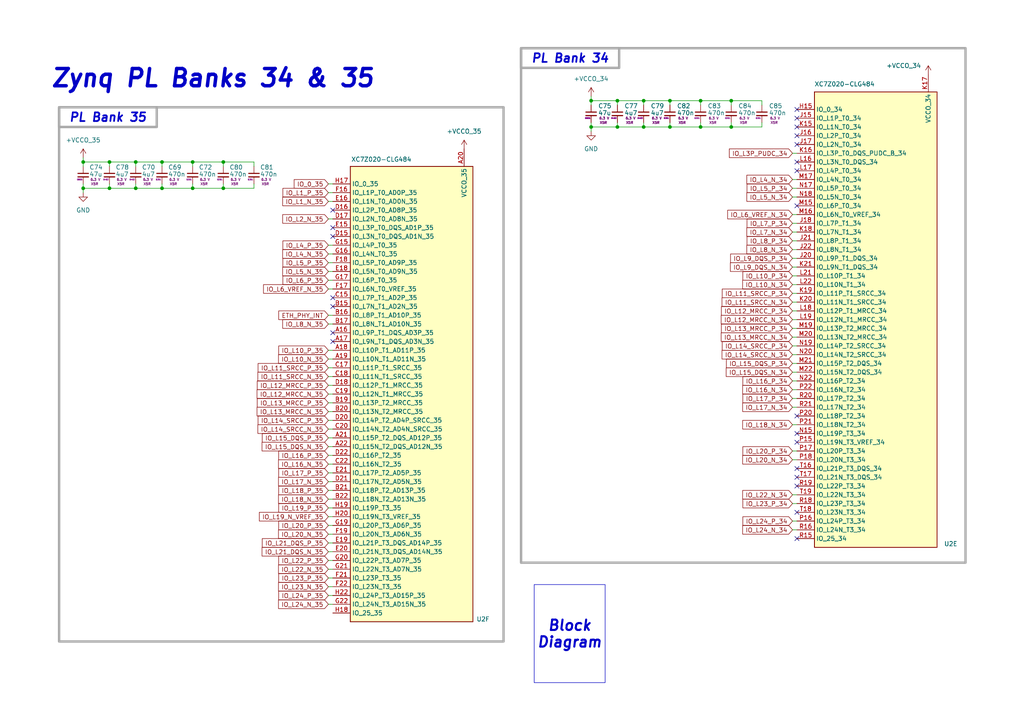
<source format=kicad_sch>
(kicad_sch (version 20250114) (generator "eeschema") (generator_version "9.0")
  (paper "A4")
  (title_block (title "Zynq PL B34 & B35") (date "2024-09-22") (rev "1.0"))
  (lib_symbols
    (symbol "C_Small_1" (pin_numbers (hide yes)) (pin_names (offset 0.254) (hide yes))
      (property "Reference" "C50" (at 1.778 2.794 0))
      (property "Value" "470n" (at 1.778 0.762 0))
      (property "Rating" "6.3 V" (at 3.302 -0.762 0))
      (property "Type" "X5R" (at 3.048 -2.032 0))
      (symbol "C_Small_1_1_1"
        (pin passive line (at 0 2.54 270) (length 2.032) (name "~") (number "1"))
        (pin passive line (at 0 -2.54 90) (length 2.032) (name "~") (number "2"))
      )
    )
    (symbol "FPGA_Xilinx_Zynq7000:XC7Z020-CLG484"
      (property "Reference" "U" (at 0 0 0))
      (property "Value" "XC7Z020-CLG484" (at 0 0 0))
      (symbol "XC7Z020-CLG484_1_0"
        (pin power_in line (at -20.32 38.1 0) (length 5.08) (name "VCCPINT") (number "G8"))
        (pin passive line (at -20.32 38.1 0) (length 5.08) (hide yes) (name "VCCPINT") (number "H9"))
        (pin passive line (at -20.32 38.1 0) (length 5.08) (hide yes) (name "VCCPINT") (number "J8"))
        (pin passive line (at -20.32 38.1 0) (length 5.08) (hide yes) (name "VCCPINT") (number "L8"))
        (pin passive line (at -20.32 38.1 0) (length 5.08) (hide yes) (name "VCCPINT") (number "N8"))
        (pin passive line (at -20.32 38.1 0) (length 5.08) (hide yes) (name "VCCPINT") (number "R8"))
        (pin power_in line (at -20.32 25.4 0) (length 5.08) (name "VCCPAUX") (number "K9"))
        (pin passive line (at -20.32 25.4 0) (length 5.08) (hide yes) (name "VCCPAUX") (number "M9"))
        (pin passive line (at -20.32 25.4 0) (length 5.08) (hide yes) (name "VCCPAUX") (number "P9"))
        (pin passive line (at -20.32 25.4 0) (length 5.08) (hide yes) (name "VCCPAUX") (number "T9"))
        (pin power_in line (at -20.32 12.7 0) (length 5.08) (name "VCCPLL") (number "H10"))
        (pin power_in line (at -20.32 0 0) (length 5.08) (name "VCCINT") (number "J12"))
        (pin passive line (at -20.32 0 0) (length 5.08) (hide yes) (name "VCCINT") (number "J14"))
        (pin passive line (at -20.32 0 0) (length 5.08) (hide yes) (name "VCCINT") (number "K13"))
        (pin passive line (at -20.32 0 0) (length 5.08) (hide yes) (name "VCCINT") (number "L14"))
        (pin passive line (at -20.32 0 0) (length 5.08) (hide yes) (name "VCCINT") (number "M13"))
        (pin passive line (at -20.32 0 0) (length 5.08) (hide yes) (name "VCCINT") (number "N14"))
        (pin passive line (at -20.32 0 0) (length 5.08) (hide yes) (name "VCCINT") (number "P13"))
        (pin passive line (at -20.32 0 0) (length 5.08) (hide yes) (name "VCCINT") (number "R14"))
        (pin power_in line (at -20.32 -12.7 0) (length 5.08) (name "VCCBRAM") (number "H11"))
        (pin passive line (at -20.32 -12.7 0) (length 5.08) (hide yes) (name "VCCBRAM") (number "J10"))
        (pin power_in line (at -20.32 -25.4 0) (length 5.08) (name "VCCAUX") (number "L10"))
        (pin passive line (at -20.32 -25.4 0) (length 5.08) (hide yes) (name "VCCAUX") (number "N10"))
        (pin passive line (at -20.32 -25.4 0) (length 5.08) (hide yes) (name "VCCAUX") (number "P11"))
        (pin passive line (at -20.32 -25.4 0) (length 5.08) (hide yes) (name "VCCAUX") (number "R10"))
        (pin passive line (at -20.32 -38.1 0) (length 5.08) (hide yes) (name "GND") (number "A15"))
        (pin power_in line (at -20.32 -38.1 0) (length 5.08) (name "GND") (number "A5"))
        (pin passive line (at -20.32 -38.1 0) (length 5.08) (hide yes) (name "GND") (number "AA15"))
        (pin passive line (at -20.32 -38.1 0) (length 5.08) (hide yes) (name "GND") (number "AA5"))
        (pin passive line (at -20.32 -38.1 0) (length 5.08) (hide yes) (name "GND") (number "AB18"))
        (pin passive line (at -20.32 -38.1 0) (length 5.08) (hide yes) (name "GND") (number "AB8"))
        (pin passive line (at -20.32 -38.1 0) (length 5.08) (hide yes) (name "GND") (number "B18"))
        (pin passive line (at -20.32 -38.1 0) (length 5.08) (hide yes) (name "GND") (number "B8"))
        (pin passive line (at -20.32 -38.1 0) (length 5.08) (hide yes) (name "GND") (number "C1"))
        (pin passive line (at -20.32 -38.1 0) (length 5.08) (hide yes) (name "GND") (number "C11"))
        (pin passive line (at -20.32 -38.1 0) (length 5.08) (hide yes) (name "GND") (number "C21"))
        (pin passive line (at -20.32 -38.1 0) (length 5.08) (hide yes) (name "GND") (number "D14"))
        (pin passive line (at -20.32 -38.1 0) (length 5.08) (hide yes) (name "GND") (number "D4"))
        (pin passive line (at -20.32 -38.1 0) (length 5.08) (hide yes) (name "GND") (number "E17"))
        (pin passive line (at -20.32 -38.1 0) (length 5.08) (hide yes) (name "GND") (number "E7"))
        (pin passive line (at -20.32 -38.1 0) (length 5.08) (hide yes) (name "GND") (number "F10"))
        (pin passive line (at -20.32 -38.1 0) (length 5.08) (hide yes) (name "GND") (number "F20"))
        (pin passive line (at -20.32 -38.1 0) (length 5.08) (hide yes) (name "GND") (number "G3"))
        (pin passive line (at -20.32 -38.1 0) (length 5.08) (hide yes) (name "GND") (number "H12"))
        (pin passive line (at -20.32 -38.1 0) (length 5.08) (hide yes) (name "GND") (number "H14"))
        (pin passive line (at -20.32 -38.1 0) (length 5.08) (hide yes) (name "GND") (number "H16"))
        (pin passive line (at -20.32 -38.1 0) (length 5.08) (hide yes) (name "GND") (number "H6"))
        (pin passive line (at -20.32 -38.1 0) (length 5.08) (hide yes) (name "GND") (number "H8"))
        (pin passive line (at -20.32 -38.1 0) (length 5.08) (hide yes) (name "GND") (number "J11"))
        (pin passive line (at -20.32 -38.1 0) (length 5.08) (hide yes) (name "GND") (number "J13"))
        (pin passive line (at -20.32 -38.1 0) (length 5.08) (hide yes) (name "GND") (number "J19"))
        (pin passive line (at -20.32 -38.1 0) (length 5.08) (hide yes) (name "GND") (number "J9"))
        (pin passive line (at -20.32 -38.1 0) (length 5.08) (hide yes) (name "GND") (number "K10"))
        (pin passive line (at -20.32 -38.1 0) (length 5.08) (hide yes) (name "GND") (number "K14"))
        (pin passive line (at -20.32 -38.1 0) (length 5.08) (hide yes) (name "GND") (number "K2"))
        (pin passive line (at -20.32 -38.1 0) (length 5.08) (hide yes) (name "GND") (number "K22"))
        (pin passive line (at -20.32 -38.1 0) (length 5.08) (hide yes) (name "GND") (number "K8"))
        (pin passive line (at -20.32 -38.1 0) (length 5.08) (hide yes) (name "GND") (number "L13"))
        (pin passive line (at -20.32 -38.1 0) (length 5.08) (hide yes) (name "GND") (number "L15"))
        (pin passive line (at -20.32 -38.1 0) (length 5.08) (hide yes) (name "GND") (number "L5"))
        (pin passive line (at -20.32 -38.1 0) (length 5.08) (hide yes) (name "GND") (number "L9"))
        (pin passive line (at -20.32 -38.1 0) (length 5.08) (hide yes) (name "GND") (number "M10"))
        (pin passive line (at -20.32 -38.1 0) (length 5.08) (hide yes) (name "GND") (number "M14"))
        (pin passive line (at -20.32 -38.1 0) (length 5.08) (hide yes) (name "GND") (number "M18"))
        (pin passive line (at -20.32 -38.1 0) (length 5.08) (hide yes) (name "GND") (number "M8"))
        (pin passive line (at -20.32 -38.1 0) (length 5.08) (hide yes) (name "GND") (number "N1"))
        (pin passive line (at -20.32 -38.1 0) (length 5.08) (hide yes) (name "GND") (number "N13"))
        (pin passive line (at -20.32 -38.1 0) (length 5.08) (hide yes) (name "GND") (number "N21"))
        (pin passive line (at -20.32 -38.1 0) (length 5.08) (hide yes) (name "GND") (number "N9"))
        (pin passive line (at -20.32 -38.1 0) (length 5.08) (hide yes) (name "GND") (number "P10"))
        (pin passive line (at -20.32 -38.1 0) (length 5.08) (hide yes) (name "GND") (number "P12"))
        (pin passive line (at -20.32 -38.1 0) (length 5.08) (hide yes) (name "GND") (number "P14"))
        (pin passive line (at -20.32 -38.1 0) (length 5.08) (hide yes) (name "GND") (number "P4"))
        (pin passive line (at -20.32 -38.1 0) (length 5.08) (hide yes) (name "GND") (number "P8"))
        (pin passive line (at -20.32 -38.1 0) (length 5.08) (hide yes) (name "GND") (number "R11"))
        (pin passive line (at -20.32 -38.1 0) (length 5.08) (hide yes) (name "GND") (number "R13"))
        (pin passive line (at -20.32 -38.1 0) (length 5.08) (hide yes) (name "GND") (number "R17"))
        (pin passive line (at -20.32 -38.1 0) (length 5.08) (hide yes) (name "GND") (number "R9"))
        (pin passive line (at -20.32 -38.1 0) (length 5.08) (hide yes) (name "GND") (number "T20"))
        (pin passive line (at -20.32 -38.1 0) (length 5.08) (hide yes) (name "GND") (number "U13"))
        (pin passive line (at -20.32 -38.1 0) (length 5.08) (hide yes) (name "GND") (number "U3"))
        (pin passive line (at -20.32 -38.1 0) (length 5.08) (hide yes) (name "GND") (number "V16"))
        (pin passive line (at -20.32 -38.1 0) (length 5.08) (hide yes) (name "GND") (number "V6"))
        (pin passive line (at -20.32 -38.1 0) (length 5.08) (hide yes) (name "GND") (number "W19"))
        (pin passive line (at -20.32 -38.1 0) (length 5.08) (hide yes) (name "GND") (number "W9"))
        (pin passive line (at -20.32 -38.1 0) (length 5.08) (hide yes) (name "GND") (number "Y12"))
        (pin passive line (at -20.32 -38.1 0) (length 5.08) (hide yes) (name "GND") (number "Y2"))
        (pin passive line (at -20.32 -38.1 0) (length 5.08) (hide yes) (name "GND") (number "Y22"))
        (pin power_in line (at 20.32 38.1 180) (length 5.08) (name "VCCADC_0") (number "K11"))
        (pin power_in line (at 20.32 25.4 180) (length 5.08) (name "VCCBATT_0") (number "G9"))
        (pin power_in line (at 20.32 -38.1 180) (length 5.08) (name "GNDADC_0") (number "K12"))
      )
      (symbol "XC7Z020-CLG484_2_0"
        (pin input line (at -20.32 10.16 0) (length 5.08) (name "CFGBVS_0") (number "T13"))
        (pin bidirectional line (at -20.32 7.62 0) (length 5.08) (name "DONE_0") (number "T12"))
        (pin open_collector line (at -20.32 5.08 0) (length 5.08) (name "INIT_B_0") (number "T14"))
        (pin input line (at -20.32 2.54 0) (length 5.08) (name "PROGRAM_B_0") (number "T11"))
        (pin passive line (at -20.32 -2.54 0) (length 5.08) (name "VREFP_0") (number "M11"))
        (pin passive line (at -20.32 -5.08 0) (length 5.08) (name "VREFN_0") (number "L12"))
        (pin input line (at -20.32 -10.16 0) (length 5.08) (name "VP_0") (number "L11"))
        (pin input line (at -20.32 -12.7 0) (length 5.08) (name "VN_0") (number "M12"))
        (pin passive line (at 0 20.32 270) (length 5.08) (hide yes) (name "VCCO_0") (number "R12"))
        (pin power_in line (at 0 20.32 270) (length 5.08) (name "VCCO_0") (number "T10"))
        (pin passive line (at 0 20.32 270) (length 5.08) (hide yes) (name "VCCO_0") (number "T7"))
        (pin passive line (at 0 20.32 270) (length 5.08) (hide yes) (name "VCCO_0") (number "T8"))
        (pin input line (at 20.32 10.16 180) (length 5.08) (name "TCK_0") (number "G11"))
        (pin input line (at 20.32 7.62 180) (length 5.08) (name "TDI_0") (number "H13"))
        (pin output line (at 20.32 5.08 180) (length 5.08) (name "TDO_0") (number "G14"))
        (pin input line (at 20.32 2.54 180) (length 5.08) (name "TMS_0") (number "G12"))
        (pin passive line (at 20.32 -2.54 180) (length 5.08) (name "DXP_0") (number "N11"))
        (pin passive line (at 20.32 -5.08 180) (length 5.08) (name "DXN_0") (number "N12"))
      )
      (symbol "XC7Z020-CLG484_3_0"
        (pin bidirectional line (at -20.32 60.96 0) (length 5.08) (name "IO_0_13") (number "R7"))
        (pin bidirectional line (at -20.32 58.42 0) (length 5.08) (name "IO_L1P_T0_13") (number "V10"))
        (pin bidirectional line (at -20.32 55.88 0) (length 5.08) (name "IO_L1N_T0_13") (number "V9"))
        (pin bidirectional line (at -20.32 53.34 0) (length 5.08) (name "IO_L2P_T0_13") (number "V8"))
        (pin bidirectional line (at -20.32 50.8 0) (length 5.08) (name "IO_L2N_T0_13") (number "W8"))
        (pin bidirectional line (at -20.32 48.26 0) (length 5.08) (name "IO_L3P_T0_DQS_13") (number "W11"))
        (pin bidirectional line (at -20.32 45.72 0) (length 5.08) (name "IO_L3N_T0_DQS_13") (number "W10"))
        (pin bidirectional line (at -20.32 43.18 0) (length 5.08) (name "IO_L4P_T0_13") (number "V12"))
        (pin bidirectional line (at -20.32 40.64 0) (length 5.08) (name "IO_L4N_T0_13") (number "W12"))
        (pin bidirectional line (at -20.32 38.1 0) (length 5.08) (name "IO_L5P_T0_13") (number "U12"))
        (pin bidirectional line (at -20.32 35.56 0) (length 5.08) (name "IO_L5N_T0_13") (number "U11"))
        (pin bidirectional line (at -20.32 33.02 0) (length 5.08) (name "IO_L6P_T0_13") (number "U10"))
        (pin bidirectional line (at -20.32 30.48 0) (length 5.08) (name "IO_L6N_T0_VREF_13") (number "U9"))
        (pin bidirectional line (at -20.32 27.94 0) (length 5.08) (name "IO_L7P_T1_13") (number "AA12"))
        (pin bidirectional line (at -20.32 25.4 0) (length 5.08) (name "IO_L7N_T1_13") (number "AB12"))
        (pin bidirectional line (at -20.32 22.86 0) (length 5.08) (name "IO_L8P_T1_13") (number "AA11"))
        (pin bidirectional line (at -20.32 20.32 0) (length 5.08) (name "IO_L8N_T1_13") (number "AB11"))
        (pin bidirectional line (at -20.32 17.78 0) (length 5.08) (name "IO_L9P_T1_DQS_13") (number "AB10"))
        (pin bidirectional line (at -20.32 15.24 0) (length 5.08) (name "IO_L9N_T1_DQS_13") (number "AB9"))
        (pin bidirectional line (at -20.32 12.7 0) (length 5.08) (name "IO_L10P_T1_13") (number "Y11"))
        (pin bidirectional line (at -20.32 10.16 0) (length 5.08) (name "IO_L10N_T1_13") (number "Y10"))
        (pin bidirectional line (at -20.32 7.62 0) (length 5.08) (name "IO_L11P_T1_SRCC_13") (number "AA9"))
        (pin bidirectional line (at -20.32 5.08 0) (length 5.08) (name "IO_L11N_T1_SRCC_13") (number "AA8"))
        (pin bidirectional line (at -20.32 2.54 0) (length 5.08) (name "IO_L12P_T1_MRCC_13") (number "Y9"))
        (pin bidirectional line (at -20.32 0 0) (length 5.08) (name "IO_L12N_T1_MRCC_13") (number "Y8"))
        (pin bidirectional line (at -20.32 -2.54 0) (length 5.08) (name "IO_L13P_T2_MRCC_13") (number "Y6"))
        (pin bidirectional line (at -20.32 -5.08 0) (length 5.08) (name "IO_L13N_T2_MRCC_13") (number "Y5"))
        (pin bidirectional line (at -20.32 -7.62 0) (length 5.08) (name "IO_L14P_T2_SRCC_13") (number "AA7"))
        (pin bidirectional line (at -20.32 -10.16 0) (length 5.08) (name "IO_L14N_T2_SRCC_13") (number "AA6"))
        (pin bidirectional line (at -20.32 -12.7 0) (length 5.08) (name "IO_L15P_T2_DQS_13") (number "AB2"))
        (pin bidirectional line (at -20.32 -15.24 0) (length 5.08) (name "IO_L15N_T2_DQS_13") (number "AB1"))
        (pin bidirectional line (at -20.32 -17.78 0) (length 5.08) (name "IO_L16P_T2_13") (number "AB5"))
        (pin bidirectional line (at -20.32 -20.32 0) (length 5.08) (name "IO_L16N_T2_13") (number "AB4"))
        (pin bidirectional line (at -20.32 -22.86 0) (length 5.08) (name "IO_L17P_T2_13") (number "AB7"))
        (pin bidirectional line (at -20.32 -25.4 0) (length 5.08) (name "IO_L17N_T2_13") (number "AB6"))
        (pin bidirectional line (at -20.32 -27.94 0) (length 5.08) (name "IO_L18P_T2_13") (number "Y4"))
        (pin bidirectional line (at -20.32 -30.48 0) (length 5.08) (name "IO_L18N_T2_13") (number "AA4"))
        (pin bidirectional line (at -20.32 -33.02 0) (length 5.08) (name "IO_L19P_T3_13") (number "R6"))
        (pin bidirectional line (at -20.32 -35.56 0) (length 5.08) (name "IO_L19N_T3_VREF_13") (number "T6"))
        (pin bidirectional line (at -20.32 -38.1 0) (length 5.08) (name "IO_L20P_T3_13") (number "T4"))
        (pin bidirectional line (at -20.32 -40.64 0) (length 5.08) (name "IO_L20N_T3_13") (number "U4"))
        (pin bidirectional line (at -20.32 -43.18 0) (length 5.08) (name "IO_L21P_T3_DQS_13") (number "V5"))
        (pin bidirectional line (at -20.32 -45.72 0) (length 5.08) (name "IO_L21N_T3_DQS_13") (number "V4"))
        (pin bidirectional line (at -20.32 -48.26 0) (length 5.08) (name "IO_L22P_T3_13") (number "U6"))
        (pin bidirectional line (at -20.32 -50.8 0) (length 5.08) (name "IO_L22N_T3_13") (number "U5"))
        (pin bidirectional line (at -20.32 -53.34 0) (length 5.08) (name "IO_L23P_T3_13") (number "V7"))
        (pin bidirectional line (at -20.32 -55.88 0) (length 5.08) (name "IO_L23N_T3_13") (number "W7"))
        (pin bidirectional line (at -20.32 -58.42 0) (length 5.08) (name "IO_L24P_T3_13") (number "W6"))
        (pin bidirectional line (at -20.32 -60.96 0) (length 5.08) (name "IO_L24N_T3_13") (number "W5"))
        (pin bidirectional line (at -20.32 -63.5 0) (length 5.08) (name "IO_25_13") (number "U7"))
        (pin power_in line (at 12.7 71.12 270) (length 5.08) (name "VCCO_13") (number "AA10"))
        (pin passive line (at 12.7 71.12 270) (length 5.08) (hide yes) (name "VCCO_13") (number "AB3"))
        (pin passive line (at 12.7 71.12 270) (length 5.08) (hide yes) (name "VCCO_13") (number "T5"))
        (pin passive line (at 12.7 71.12 270) (length 5.08) (hide yes) (name "VCCO_13") (number "U8"))
        (pin passive line (at 12.7 71.12 270) (length 5.08) (hide yes) (name "VCCO_13") (number "V11"))
        (pin passive line (at 12.7 71.12 270) (length 5.08) (hide yes) (name "VCCO_13") (number "W4"))
        (pin passive line (at 12.7 71.12 270) (length 5.08) (hide yes) (name "VCCO_13") (number "Y7"))
      )
      (symbol "XC7Z020-CLG484_4_0"
        (pin bidirectional line (at -20.32 60.96 0) (length 5.08) (name "IO_0_33") (number "U19"))
        (pin bidirectional line (at -20.32 58.42 0) (length 5.08) (name "IO_L1P_T0_33") (number "T21"))
        (pin bidirectional line (at -20.32 55.88 0) (length 5.08) (name "IO_L1N_T0_33") (number "U21"))
        (pin bidirectional line (at -20.32 53.34 0) (length 5.08) (name "IO_L2P_T0_33") (number "T22"))
        (pin bidirectional line (at -20.32 50.8 0) (length 5.08) (name "IO_L2N_T0_33") (number "U22"))
        (pin bidirectional line (at -20.32 48.26 0) (length 5.08) (name "IO_L3P_T0_DQS_33") (number "V22"))
        (pin bidirectional line (at -20.32 45.72 0) (length 5.08) (name "IO_L3N_T0_DQS_33") (number "W22"))
        (pin bidirectional line (at -20.32 43.18 0) (length 5.08) (name "IO_L4P_T0_33") (number "W20"))
        (pin bidirectional line (at -20.32 40.64 0) (length 5.08) (name "IO_L4N_T0_33") (number "W21"))
        (pin bidirectional line (at -20.32 38.1 0) (length 5.08) (name "IO_L5P_T0_33") (number "U20"))
        (pin bidirectional line (at -20.32 35.56 0) (length 5.08) (name "IO_L5N_T0_33") (number "V20"))
        (pin bidirectional line (at -20.32 33.02 0) (length 5.08) (name "IO_L6P_T0_33") (number "V18"))
        (pin bidirectional line (at -20.32 30.48 0) (length 5.08) (name "IO_L6N_T0_VREF_33") (number "V19"))
        (pin bidirectional line (at -20.32 27.94 0) (length 5.08) (name "IO_L7P_T1_33") (number "AA22"))
        (pin bidirectional line (at -20.32 25.4 0) (length 5.08) (name "IO_L7N_T1_33") (number "AB22"))
        (pin bidirectional line (at -20.32 22.86 0) (length 5.08) (name "IO_L8P_T1_33") (number "AA21"))
        (pin bidirectional line (at -20.32 20.32 0) (length 5.08) (name "IO_L8N_T1_33") (number "AB21"))
        (pin bidirectional line (at -20.32 17.78 0) (length 5.08) (name "IO_L9P_T1_DQS_33") (number "Y20"))
        (pin bidirectional line (at -20.32 15.24 0) (length 5.08) (name "IO_L9N_T1_DQS_33") (number "Y21"))
        (pin bidirectional line (at -20.32 12.7 0) (length 5.08) (name "IO_L10P_T1_33") (number "AB19"))
        (pin bidirectional line (at -20.32 10.16 0) (length 5.08) (name "IO_L10N_T1_33") (number "AB20"))
        (pin bidirectional line (at -20.32 7.62 0) (length 5.08) (name "IO_L11P_T1_SRCC_33") (number "Y19"))
        (pin bidirectional line (at -20.32 5.08 0) (length 5.08) (name "IO_L11N_T1_SRCC_33") (number "AA19"))
        (pin bidirectional line (at -20.32 2.54 0) (length 5.08) (name "IO_L12P_T1_MRCC_33") (number "Y18"))
        (pin bidirectional line (at -20.32 0 0) (length 5.08) (name "IO_L12N_T1_MRCC_33") (number "AA18"))
        (pin bidirectional line (at -20.32 -2.54 0) (length 5.08) (name "IO_L13P_T2_MRCC_33") (number "W17"))
        (pin bidirectional line (at -20.32 -5.08 0) (length 5.08) (name "IO_L13N_T2_MRCC_33") (number "W18"))
        (pin bidirectional line (at -20.32 -7.62 0) (length 5.08) (name "IO_L14P_T2_SRCC_33") (number "W16"))
        (pin bidirectional line (at -20.32 -10.16 0) (length 5.08) (name "IO_L14N_T2_SRCC_33") (number "Y16"))
        (pin bidirectional line (at -20.32 -12.7 0) (length 5.08) (name "IO_L15P_T2_DQS_33") (number "U15"))
        (pin bidirectional line (at -20.32 -15.24 0) (length 5.08) (name "IO_L15N_T2_DQS_33") (number "U16"))
        (pin bidirectional line (at -20.32 -17.78 0) (length 5.08) (name "IO_L16P_T2_33") (number "U17"))
        (pin bidirectional line (at -20.32 -20.32 0) (length 5.08) (name "IO_L16N_T2_33") (number "V17"))
        (pin bidirectional line (at -20.32 -22.86 0) (length 5.08) (name "IO_L17P_T2_33") (number "AA17"))
        (pin bidirectional line (at -20.32 -25.4 0) (length 5.08) (name "IO_L17N_T2_33") (number "AB17"))
        (pin bidirectional line (at -20.32 -27.94 0) (length 5.08) (name "IO_L18P_T2_33") (number "AA16"))
        (pin bidirectional line (at -20.32 -30.48 0) (length 5.08) (name "IO_L18N_T2_33") (number "AB16"))
        (pin bidirectional line (at -20.32 -33.02 0) (length 5.08) (name "IO_L19P_T3_33") (number "V14"))
        (pin bidirectional line (at -20.32 -35.56 0) (length 5.08) (name "IO_L19N_T3_VREF_33") (number "V15"))
        (pin bidirectional line (at -20.32 -38.1 0) (length 5.08) (name "IO_L20P_T3_33") (number "V13"))
        (pin bidirectional line (at -20.32 -40.64 0) (length 5.08) (name "IO_L20N_T3_33") (number "W13"))
        (pin bidirectional line (at -20.32 -43.18 0) (length 5.08) (name "IO_L21P_T3_DQS_33") (number "W15"))
        (pin bidirectional line (at -20.32 -45.72 0) (length 5.08) (name "IO_L21N_T3_DQS_33") (number "Y15"))
        (pin bidirectional line (at -20.32 -48.26 0) (length 5.08) (name "IO_L22P_T3_33") (number "Y14"))
        (pin bidirectional line (at -20.32 -50.8 0) (length 5.08) (name "IO_L22N_T3_33") (number "AA14"))
        (pin bidirectional line (at -20.32 -53.34 0) (length 5.08) (name "IO_L23P_T3_33") (number "Y13"))
        (pin bidirectional line (at -20.32 -55.88 0) (length 5.08) (name "IO_L23N_T3_33") (number "AA13"))
        (pin bidirectional line (at -20.32 -58.42 0) (length 5.08) (name "IO_L24P_T3_33") (number "AB14"))
        (pin bidirectional line (at -20.32 -60.96 0) (length 5.08) (name "IO_L24N_T3_33") (number "AB15"))
        (pin bidirectional line (at -20.32 -63.5 0) (length 5.08) (name "IO_25_33") (number "U14"))
        (pin power_in line (at 12.7 71.12 270) (length 5.08) (name "VCCO_33") (number "AA20"))
        (pin passive line (at 12.7 71.12 270) (length 5.08) (hide yes) (name "VCCO_33") (number "AB13"))
        (pin passive line (at 12.7 71.12 270) (length 5.08) (hide yes) (name "VCCO_33") (number "U18"))
        (pin passive line (at 12.7 71.12 270) (length 5.08) (hide yes) (name "VCCO_33") (number "V21"))
        (pin passive line (at 12.7 71.12 270) (length 5.08) (hide yes) (name "VCCO_33") (number "W14"))
        (pin passive line (at 12.7 71.12 270) (length 5.08) (hide yes) (name "VCCO_33") (number "Y17"))
      )
      (symbol "XC7Z020-CLG484_5_0"
        (pin bidirectional line (at -22.86 60.96 0) (length 5.08) (name "IO_0_34") (number "H15"))
        (pin bidirectional line (at -22.86 58.42 0) (length 5.08) (name "IO_L1P_T0_34") (number "J15"))
        (pin bidirectional line (at -22.86 55.88 0) (length 5.08) (name "IO_L1N_T0_34") (number "K15"))
        (pin bidirectional line (at -22.86 53.34 0) (length 5.08) (name "IO_L2P_T0_34") (number "J16"))
        (pin bidirectional line (at -22.86 50.8 0) (length 5.08) (name "IO_L2N_T0_34") (number "J17"))
        (pin bidirectional line (at -22.86 48.26 0) (length 5.08) (name "IO_L3P_T0_DQS_PUDC_B_34") (number "K16"))
        (pin bidirectional line (at -22.86 45.72 0) (length 5.08) (name "IO_L3N_T0_DQS_34") (number "L16"))
        (pin bidirectional line (at -22.86 43.18 0) (length 5.08) (name "IO_L4P_T0_34") (number "L17"))
        (pin bidirectional line (at -22.86 40.64 0) (length 5.08) (name "IO_L4N_T0_34") (number "M17"))
        (pin bidirectional line (at -22.86 38.1 0) (length 5.08) (name "IO_L5P_T0_34") (number "N17"))
        (pin bidirectional line (at -22.86 35.56 0) (length 5.08) (name "IO_L5N_T0_34") (number "N18"))
        (pin bidirectional line (at -22.86 33.02 0) (length 5.08) (name "IO_L6P_T0_34") (number "M15"))
        (pin bidirectional line (at -22.86 30.48 0) (length 5.08) (name "IO_L6N_T0_VREF_34") (number "M16"))
        (pin bidirectional line (at -22.86 27.94 0) (length 5.08) (name "IO_L7P_T1_34") (number "J18"))
        (pin bidirectional line (at -22.86 25.4 0) (length 5.08) (name "IO_L7N_T1_34") (number "K18"))
        (pin bidirectional line (at -22.86 22.86 0) (length 5.08) (name "IO_L8P_T1_34") (number "J21"))
        (pin bidirectional line (at -22.86 20.32 0) (length 5.08) (name "IO_L8N_T1_34") (number "J22"))
        (pin bidirectional line (at -22.86 17.78 0) (length 5.08) (name "IO_L9P_T1_DQS_34") (number "J20"))
        (pin bidirectional line (at -22.86 15.24 0) (length 5.08) (name "IO_L9N_T1_DQS_34") (number "K21"))
        (pin bidirectional line (at -22.86 12.7 0) (length 5.08) (name "IO_L10P_T1_34") (number "L21"))
        (pin bidirectional line (at -22.86 10.16 0) (length 5.08) (name "IO_L10N_T1_34") (number "L22"))
        (pin bidirectional line (at -22.86 7.62 0) (length 5.08) (name "IO_L11P_T1_SRCC_34") (number "K19"))
        (pin bidirectional line (at -22.86 5.08 0) (length 5.08) (name "IO_L11N_T1_SRCC_34") (number "K20"))
        (pin bidirectional line (at -22.86 2.54 0) (length 5.08) (name "IO_L12P_T1_MRCC_34") (number "L18"))
        (pin bidirectional line (at -22.86 0 0) (length 5.08) (name "IO_L12N_T1_MRCC_34") (number "L19"))
        (pin bidirectional line (at -22.86 -2.54 0) (length 5.08) (name "IO_L13P_T2_MRCC_34") (number "M19"))
        (pin bidirectional line (at -22.86 -5.08 0) (length 5.08) (name "IO_L13N_T2_MRCC_34") (number "M20"))
        (pin bidirectional line (at -22.86 -7.62 0) (length 5.08) (name "IO_L14P_T2_SRCC_34") (number "N19"))
        (pin bidirectional line (at -22.86 -10.16 0) (length 5.08) (name "IO_L14N_T2_SRCC_34") (number "N20"))
        (pin bidirectional line (at -22.86 -12.7 0) (length 5.08) (name "IO_L15P_T2_DQS_34") (number "M21"))
        (pin bidirectional line (at -22.86 -15.24 0) (length 5.08) (name "IO_L15N_T2_DQS_34") (number "M22"))
        (pin bidirectional line (at -22.86 -17.78 0) (length 5.08) (name "IO_L16P_T2_34") (number "N22"))
        (pin bidirectional line (at -22.86 -20.32 0) (length 5.08) (name "IO_L16N_T2_34") (number "P22"))
        (pin bidirectional line (at -22.86 -22.86 0) (length 5.08) (name "IO_L17P_T2_34") (number "R20"))
        (pin bidirectional line (at -22.86 -25.4 0) (length 5.08) (name "IO_L17N_T2_34") (number "R21"))
        (pin bidirectional line (at -22.86 -27.94 0) (length 5.08) (name "IO_L18P_T2_34") (number "P20"))
        (pin bidirectional line (at -22.86 -30.48 0) (length 5.08) (name "IO_L18N_T2_34") (number "P21"))
        (pin bidirectional line (at -22.86 -33.02 0) (length 5.08) (name "IO_L19P_T3_34") (number "N15"))
        (pin bidirectional line (at -22.86 -35.56 0) (length 5.08) (name "IO_L19N_T3_VREF_34") (number "P15"))
        (pin bidirectional line (at -22.86 -38.1 0) (length 5.08) (name "IO_L20P_T3_34") (number "P17"))
        (pin bidirectional line (at -22.86 -40.64 0) (length 5.08) (name "IO_L20N_T3_34") (number "P18"))
        (pin bidirectional line (at -22.86 -43.18 0) (length 5.08) (name "IO_L21P_T3_DQS_34") (number "T16"))
        (pin bidirectional line (at -22.86 -45.72 0) (length 5.08) (name "IO_L21N_T3_DQS_34") (number "T17"))
        (pin bidirectional line (at -22.86 -48.26 0) (length 5.08) (name "IO_L22P_T3_34") (number "R19"))
        (pin bidirectional line (at -22.86 -50.8 0) (length 5.08) (name "IO_L22N_T3_34") (number "T19"))
        (pin bidirectional line (at -22.86 -53.34 0) (length 5.08) (name "IO_L23P_T3_34") (number "R18"))
        (pin bidirectional line (at -22.86 -55.88 0) (length 5.08) (name "IO_L23N_T3_34") (number "T18"))
        (pin bidirectional line (at -22.86 -58.42 0) (length 5.08) (name "IO_L24P_T3_34") (number "P16"))
        (pin bidirectional line (at -22.86 -60.96 0) (length 5.08) (name "IO_L24N_T3_34") (number "R16"))
        (pin bidirectional line (at -22.86 -63.5 0) (length 5.08) (name "IO_25_34") (number "R15"))
        (pin power_in line (at 15.24 71.12 270) (length 5.08) (name "VCCO_34") (number "K17"))
        (pin passive line (at 15.24 71.12 270) (length 5.08) (hide yes) (name "VCCO_34") (number "L20"))
        (pin passive line (at 15.24 71.12 270) (length 5.08) (hide yes) (name "VCCO_34") (number "N16"))
        (pin passive line (at 15.24 71.12 270) (length 5.08) (hide yes) (name "VCCO_34") (number "P19"))
        (pin passive line (at 15.24 71.12 270) (length 5.08) (hide yes) (name "VCCO_34") (number "R22"))
        (pin passive line (at 15.24 71.12 270) (length 5.08) (hide yes) (name "VCCO_34") (number "T15"))
      )
      (symbol "XC7Z020-CLG484_6_0"
        (pin bidirectional line (at -22.86 60.96 0) (length 5.08) (name "IO_0_35") (number "H17"))
        (pin bidirectional line (at -22.86 58.42 0) (length 5.08) (name "IO_L1P_T0_AD0P_35") (number "F16"))
        (pin bidirectional line (at -22.86 55.88 0) (length 5.08) (name "IO_L1N_T0_AD0N_35") (number "E16"))
        (pin bidirectional line (at -22.86 53.34 0) (length 5.08) (name "IO_L2P_T0_AD8P_35") (number "D16"))
        (pin bidirectional line (at -22.86 50.8 0) (length 5.08) (name "IO_L2N_T0_AD8N_35") (number "D17"))
        (pin bidirectional line (at -22.86 48.26 0) (length 5.08) (name "IO_L3P_T0_DQS_AD1P_35") (number "E15"))
        (pin bidirectional line (at -22.86 45.72 0) (length 5.08) (name "IO_L3N_T0_DQS_AD1N_35") (number "D15"))
        (pin bidirectional line (at -22.86 43.18 0) (length 5.08) (name "IO_L4P_T0_35") (number "G15"))
        (pin bidirectional line (at -22.86 40.64 0) (length 5.08) (name "IO_L4N_T0_35") (number "G16"))
        (pin bidirectional line (at -22.86 38.1 0) (length 5.08) (name "IO_L5P_T0_AD9P_35") (number "F18"))
        (pin bidirectional line (at -22.86 35.56 0) (length 5.08) (name "IO_L5N_T0_AD9N_35") (number "E18"))
        (pin bidirectional line (at -22.86 33.02 0) (length 5.08) (name "IO_L6P_T0_35") (number "G17"))
        (pin bidirectional line (at -22.86 30.48 0) (length 5.08) (name "IO_L6N_T0_VREF_35") (number "F17"))
        (pin bidirectional line (at -22.86 27.94 0) (length 5.08) (name "IO_L7P_T1_AD2P_35") (number "C15"))
        (pin bidirectional line (at -22.86 25.4 0) (length 5.08) (name "IO_L7N_T1_AD2N_35") (number "B15"))
        (pin bidirectional line (at -22.86 22.86 0) (length 5.08) (name "IO_L8P_T1_AD10P_35") (number "B16"))
        (pin bidirectional line (at -22.86 20.32 0) (length 5.08) (name "IO_L8N_T1_AD10N_35") (number "B17"))
        (pin bidirectional line (at -22.86 17.78 0) (length 5.08) (name "IO_L9P_T1_DQS_AD3P_35") (number "A16"))
        (pin bidirectional line (at -22.86 15.24 0) (length 5.08) (name "IO_L9N_T1_DQS_AD3N_35") (number "A17"))
        (pin bidirectional line (at -22.86 12.7 0) (length 5.08) (name "IO_L10P_T1_AD11P_35") (number "A18"))
        (pin bidirectional line (at -22.86 10.16 0) (length 5.08) (name "IO_L10N_T1_AD11N_35") (number "A19"))
        (pin bidirectional line (at -22.86 7.62 0) (length 5.08) (name "IO_L11P_T1_SRCC_35") (number "C17"))
        (pin bidirectional line (at -22.86 5.08 0) (length 5.08) (name "IO_L11N_T1_SRCC_35") (number "C18"))
        (pin bidirectional line (at -22.86 2.54 0) (length 5.08) (name "IO_L12P_T1_MRCC_35") (number "D18"))
        (pin bidirectional line (at -22.86 0 0) (length 5.08) (name "IO_L12N_T1_MRCC_35") (number "C19"))
        (pin bidirectional line (at -22.86 -2.54 0) (length 5.08) (name "IO_L13P_T2_MRCC_35") (number "B19"))
        (pin bidirectional line (at -22.86 -5.08 0) (length 5.08) (name "IO_L13N_T2_MRCC_35") (number "B20"))
        (pin bidirectional line (at -22.86 -7.62 0) (length 5.08) (name "IO_L14P_T2_AD4P_SRCC_35") (number "D20"))
        (pin bidirectional line (at -22.86 -10.16 0) (length 5.08) (name "IO_L14N_T2_AD4N_SRCC_35") (number "C20"))
        (pin bidirectional line (at -22.86 -12.7 0) (length 5.08) (name "IO_L15P_T2_DQS_AD12P_35") (number "A21"))
        (pin bidirectional line (at -22.86 -15.24 0) (length 5.08) (name "IO_L15N_T2_DQS_AD12N_35") (number "A22"))
        (pin bidirectional line (at -22.86 -17.78 0) (length 5.08) (name "IO_L16P_T2_35") (number "D22"))
        (pin bidirectional line (at -22.86 -20.32 0) (length 5.08) (name "IO_L16N_T2_35") (number "C22"))
        (pin bidirectional line (at -22.86 -22.86 0) (length 5.08) (name "IO_L17P_T2_AD5P_35") (number "E21"))
        (pin bidirectional line (at -22.86 -25.4 0) (length 5.08) (name "IO_L17N_T2_AD5N_35") (number "D21"))
        (pin bidirectional line (at -22.86 -27.94 0) (length 5.08) (name "IO_L18P_T2_AD13P_35") (number "B21"))
        (pin bidirectional line (at -22.86 -30.48 0) (length 5.08) (name "IO_L18N_T2_AD13N_35") (number "B22"))
        (pin bidirectional line (at -22.86 -33.02 0) (length 5.08) (name "IO_L19P_T3_35") (number "H19"))
        (pin bidirectional line (at -22.86 -35.56 0) (length 5.08) (name "IO_L19N_T3_VREF_35") (number "H20"))
        (pin bidirectional line (at -22.86 -38.1 0) (length 5.08) (name "IO_L20P_T3_AD6P_35") (number "G19"))
        (pin bidirectional line (at -22.86 -40.64 0) (length 5.08) (name "IO_L20N_T3_AD6N_35") (number "F19"))
        (pin bidirectional line (at -22.86 -43.18 0) (length 5.08) (name "IO_L21P_T3_DQS_AD14P_35") (number "E19"))
        (pin bidirectional line (at -22.86 -45.72 0) (length 5.08) (name "IO_L21N_T3_DQS_AD14N_35") (number "E20"))
        (pin bidirectional line (at -22.86 -48.26 0) (length 5.08) (name "IO_L22P_T3_AD7P_35") (number "G20"))
        (pin bidirectional line (at -22.86 -50.8 0) (length 5.08) (name "IO_L22N_T3_AD7N_35") (number "G21"))
        (pin bidirectional line (at -22.86 -53.34 0) (length 5.08) (name "IO_L23P_T3_35") (number "F21"))
        (pin bidirectional line (at -22.86 -55.88 0) (length 5.08) (name "IO_L23N_T3_35") (number "F22"))
        (pin bidirectional line (at -22.86 -58.42 0) (length 5.08) (name "IO_L24P_T3_AD15P_35") (number "H22"))
        (pin bidirectional line (at -22.86 -60.96 0) (length 5.08) (name "IO_L24N_T3_AD15N_35") (number "G22"))
        (pin bidirectional line (at -22.86 -63.5 0) (length 5.08) (name "IO_25_35") (number "H18"))
        (pin power_in line (at 15.24 71.12 270) (length 5.08) (name "VCCO_35") (number "A20"))
        (pin passive line (at 15.24 71.12 270) (length 5.08) (hide yes) (name "VCCO_35") (number "C16"))
        (pin passive line (at 15.24 71.12 270) (length 5.08) (hide yes) (name "VCCO_35") (number "D19"))
        (pin passive line (at 15.24 71.12 270) (length 5.08) (hide yes) (name "VCCO_35") (number "E22"))
        (pin passive line (at 15.24 71.12 270) (length 5.08) (hide yes) (name "VCCO_35") (number "F15"))
        (pin passive line (at 15.24 71.12 270) (length 5.08) (hide yes) (name "VCCO_35") (number "G18"))
        (pin passive line (at 15.24 71.12 270) (length 5.08) (hide yes) (name "VCCO_35") (number "H21"))
      )
      (symbol "XC7Z020-CLG484_7_0"
        (pin input line (at -15.24 22.86 0) (length 5.08) (name "PS_CLK_500") (number "F7"))
        (pin input line (at -15.24 20.32 0) (length 5.08) (name "PS_POR_B_500") (number "B5"))
        (pin bidirectional line (at -15.24 15.24 0) (length 5.08) (name "PS_MIO0_500") (number "G6"))
        (pin bidirectional line (at -15.24 12.7 0) (length 5.08) (name "PS_MIO1_500") (number "A1"))
        (pin bidirectional line (at -15.24 10.16 0) (length 5.08) (name "PS_MIO2_500") (number "A2"))
        (pin bidirectional line (at -15.24 7.62 0) (length 5.08) (name "PS_MIO3_500") (number "F6"))
        (pin bidirectional line (at -15.24 5.08 0) (length 5.08) (name "PS_MIO4_500") (number "E4"))
        (pin bidirectional line (at -15.24 2.54 0) (length 5.08) (name "PS_MIO5_500") (number "A3"))
        (pin bidirectional line (at -15.24 0 0) (length 5.08) (name "PS_MIO6_500") (number "A4"))
        (pin bidirectional line (at -15.24 -2.54 0) (length 5.08) (name "PS_MIO7_500") (number "D5"))
        (pin bidirectional line (at -15.24 -5.08 0) (length 5.08) (name "PS_MIO8_500") (number "E5"))
        (pin bidirectional line (at -15.24 -7.62 0) (length 5.08) (name "PS_MIO9_500") (number "C4"))
        (pin bidirectional line (at -15.24 -10.16 0) (length 5.08) (name "PS_MIO10_500") (number "G7"))
        (pin bidirectional line (at -15.24 -12.7 0) (length 5.08) (name "PS_MIO11_500") (number "B4"))
        (pin bidirectional line (at -15.24 -15.24 0) (length 5.08) (name "PS_MIO12_500") (number "C5"))
        (pin bidirectional line (at -15.24 -17.78 0) (length 5.08) (name "PS_MIO13_500") (number "A6"))
        (pin bidirectional line (at -15.24 -20.32 0) (length 5.08) (name "PS_MIO14_500") (number "B6"))
        (pin bidirectional line (at -15.24 -22.86 0) (length 5.08) (name "PS_MIO15_500") (number "E6"))
        (pin power_in line (at 7.62 30.48 270) (length 5.08) (name "VCCO_MIO0_500") (number "B3"))
        (pin passive line (at 7.62 30.48 270) (length 5.08) (hide yes) (name "VCCO_MIO0_500") (number "C6"))
      )
      (symbol "XC7Z020-CLG484_8_0"
        (pin passive line (at -17.78 50.8 0) (length 5.08) (name "PS_MIO_VREF_501") (number "F8"))
        (pin input line (at -17.78 45.72 0) (length 5.08) (name "PS_SRST_B_501") (number "C9"))
        (pin bidirectional line (at -17.78 40.64 0) (length 5.08) (name "PS_MIO16_501") (number "D6"))
        (pin bidirectional line (at -17.78 38.1 0) (length 5.08) (name "PS_MIO17_501") (number "E9"))
        (pin bidirectional line (at -17.78 35.56 0) (length 5.08) (name "PS_MIO18_501") (number "A7"))
        (pin bidirectional line (at -17.78 33.02 0) (length 5.08) (name "PS_MIO19_501") (number "E10"))
        (pin bidirectional line (at -17.78 30.48 0) (length 5.08) (name "PS_MIO20_501") (number "A8"))
        (pin bidirectional line (at -17.78 27.94 0) (length 5.08) (name "PS_MIO21_501") (number "F11"))
        (pin bidirectional line (at -17.78 25.4 0) (length 5.08) (name "PS_MIO22_501") (number "A14"))
        (pin bidirectional line (at -17.78 22.86 0) (length 5.08) (name "PS_MIO23_501") (number "E11"))
        (pin bidirectional line (at -17.78 20.32 0) (length 5.08) (name "PS_MIO24_501") (number "B7"))
        (pin bidirectional line (at -17.78 17.78 0) (length 5.08) (name "PS_MIO25_501") (number "F12"))
        (pin bidirectional line (at -17.78 15.24 0) (length 5.08) (name "PS_MIO26_501") (number "A13"))
        (pin bidirectional line (at -17.78 12.7 0) (length 5.08) (name "PS_MIO27_501") (number "D7"))
        (pin bidirectional line (at -17.78 10.16 0) (length 5.08) (name "PS_MIO28_501") (number "A12"))
        (pin bidirectional line (at -17.78 7.62 0) (length 5.08) (name "PS_MIO29_501") (number "E8"))
        (pin bidirectional line (at -17.78 5.08 0) (length 5.08) (name "PS_MIO30_501") (number "A11"))
        (pin bidirectional line (at -17.78 2.54 0) (length 5.08) (name "PS_MIO31_501") (number "F9"))
        (pin bidirectional line (at -17.78 0 0) (length 5.08) (name "PS_MIO32_501") (number "C7"))
        (pin bidirectional line (at -17.78 -2.54 0) (length 5.08) (name "PS_MIO33_501") (number "G13"))
        (pin bidirectional line (at -17.78 -5.08 0) (length 5.08) (name "PS_MIO34_501") (number "B12"))
        (pin bidirectional line (at -17.78 -7.62 0) (length 5.08) (name "PS_MIO35_501") (number "F14"))
        (pin bidirectional line (at -17.78 -10.16 0) (length 5.08) (name "PS_MIO36_501") (number "A9"))
        (pin bidirectional line (at -17.78 -12.7 0) (length 5.08) (name "PS_MIO37_501") (number "B14"))
        (pin bidirectional line (at -17.78 -15.24 0) (length 5.08) (name "PS_MIO38_501") (number "F13"))
        (pin bidirectional line (at -17.78 -17.78 0) (length 5.08) (name "PS_MIO39_501") (number "C13"))
        (pin bidirectional line (at -17.78 -20.32 0) (length 5.08) (name "PS_MIO40_501") (number "E14"))
        (pin bidirectional line (at -17.78 -22.86 0) (length 5.08) (name "PS_MIO41_501") (number "C8"))
        (pin bidirectional line (at -17.78 -25.4 0) (length 5.08) (name "PS_MIO42_501") (number "D8"))
        (pin bidirectional line (at -17.78 -27.94 0) (length 5.08) (name "PS_MIO43_501") (number "B11"))
        (pin bidirectional line (at -17.78 -30.48 0) (length 5.08) (name "PS_MIO44_501") (number "E13"))
        (pin bidirectional line (at -17.78 -33.02 0) (length 5.08) (name "PS_MIO45_501") (number "B9"))
        (pin bidirectional line (at -17.78 -35.56 0) (length 5.08) (name "PS_MIO46_501") (number "D12"))
        (pin bidirectional line (at -17.78 -38.1 0) (length 5.08) (name "PS_MIO47_501") (number "B10"))
        (pin bidirectional line (at -17.78 -40.64 0) (length 5.08) (name "PS_MIO48_501") (number "D11"))
        (pin bidirectional line (at -17.78 -43.18 0) (length 5.08) (name "PS_MIO49_501") (number "C14"))
        (pin bidirectional line (at -17.78 -45.72 0) (length 5.08) (name "PS_MIO50_501") (number "D13"))
        (pin bidirectional line (at -17.78 -48.26 0) (length 5.08) (name "PS_MIO51_501") (number "C10"))
        (pin bidirectional line (at -17.78 -50.8 0) (length 5.08) (name "PS_MIO52_501") (number "D10"))
        (pin bidirectional line (at -17.78 -53.34 0) (length 5.08) (name "PS_MIO53_501") (number "C12"))
        (pin power_in line (at 10.16 60.96 270) (length 5.08) (name "VCCO_MIO1_501") (number "A10"))
        (pin passive line (at 10.16 60.96 270) (length 5.08) (hide yes) (name "VCCO_MIO1_501") (number "B13"))
        (pin passive line (at 10.16 60.96 270) (length 5.08) (hide yes) (name "VCCO_MIO1_501") (number "D9"))
        (pin passive line (at 10.16 60.96 270) (length 5.08) (hide yes) (name "VCCO_MIO1_501") (number "E12"))
      )
      (symbol "XC7Z020-CLG484_9_0"
        (pin bidirectional line (at -27.94 55.88 0) (length 5.08) (name "PS_DDR_DQ0_502") (number "D1"))
        (pin bidirectional line (at -27.94 53.34 0) (length 5.08) (name "PS_DDR_DQ1_502") (number "C3"))
        (pin bidirectional line (at -27.94 50.8 0) (length 5.08) (name "PS_DDR_DQ2_502") (number "B2"))
        (pin bidirectional line (at -27.94 48.26 0) (length 5.08) (name "PS_DDR_DQ3_502") (number "D3"))
        (pin bidirectional line (at -27.94 45.72 0) (length 5.08) (name "PS_DDR_DQ4_502") (number "E3"))
        (pin bidirectional line (at -27.94 43.18 0) (length 5.08) (name "PS_DDR_DQ5_502") (number "E1"))
        (pin bidirectional line (at -27.94 40.64 0) (length 5.08) (name "PS_DDR_DQ6_502") (number "F2"))
        (pin bidirectional line (at -27.94 38.1 0) (length 5.08) (name "PS_DDR_DQ7_502") (number "F1"))
        (pin bidirectional line (at -27.94 35.56 0) (length 5.08) (name "PS_DDR_DQ8_502") (number "G2"))
        (pin bidirectional line (at -27.94 33.02 0) (length 5.08) (name "PS_DDR_DQ9_502") (number "G1"))
        (pin bidirectional line (at -27.94 30.48 0) (length 5.08) (name "PS_DDR_DQ10_502") (number "L1"))
        (pin bidirectional line (at -27.94 27.94 0) (length 5.08) (name "PS_DDR_DQ11_502") (number "L2"))
        (pin bidirectional line (at -27.94 25.4 0) (length 5.08) (name "PS_DDR_DQ12_502") (number "L3"))
        (pin bidirectional line (at -27.94 22.86 0) (length 5.08) (name "PS_DDR_DQ13_502") (number "K1"))
        (pin bidirectional line (at -27.94 20.32 0) (length 5.08) (name "PS_DDR_DQ14_502") (number "J1"))
        (pin bidirectional line (at -27.94 17.78 0) (length 5.08) (name "PS_DDR_DQ15_502") (number "K3"))
        (pin bidirectional line (at -27.94 15.24 0) (length 5.08) (name "PS_DDR_DQ16_502") (number "M1"))
        (pin bidirectional line (at -27.94 12.7 0) (length 5.08) (name "PS_DDR_DQ17_502") (number "T3"))
        (pin bidirectional line (at -27.94 10.16 0) (length 5.08) (name "PS_DDR_DQ18_502") (number "N3"))
        (pin bidirectional line (at -27.94 7.62 0) (length 5.08) (name "PS_DDR_DQ19_502") (number "T1"))
        (pin bidirectional line (at -27.94 5.08 0) (length 5.08) (name "PS_DDR_DQ20_502") (number "R3"))
        (pin bidirectional line (at -27.94 2.54 0) (length 5.08) (name "PS_DDR_DQ21_502") (number "T2"))
        (pin bidirectional line (at -27.94 0 0) (length 5.08) (name "PS_DDR_DQ22_502") (number "M2"))
        (pin bidirectional line (at -27.94 -2.54 0) (length 5.08) (name "PS_DDR_DQ23_502") (number "R1"))
        (pin bidirectional line (at -27.94 -5.08 0) (length 5.08) (name "PS_DDR_DQ24_502") (number "AA3"))
        (pin bidirectional line (at -27.94 -7.62 0) (length 5.08) (name "PS_DDR_DQ25_502") (number "U1"))
        (pin bidirectional line (at -27.94 -10.16 0) (length 5.08) (name "PS_DDR_DQ26_502") (number "AA1"))
        (pin bidirectional line (at -27.94 -12.7 0) (length 5.08) (name "PS_DDR_DQ27_502") (number "U2"))
        (pin bidirectional line (at -27.94 -15.24 0) (length 5.08) (name "PS_DDR_DQ28_502") (number "W1"))
        (pin bidirectional line (at -27.94 -17.78 0) (length 5.08) (name "PS_DDR_DQ29_502") (number "Y3"))
        (pin bidirectional line (at -27.94 -20.32 0) (length 5.08) (name "PS_DDR_DQ30_502") (number "W3"))
        (pin bidirectional line (at -27.94 -22.86 0) (length 5.08) (name "PS_DDR_DQ31_502") (number "Y1"))
        (pin bidirectional line (at -27.94 -27.94 0) (length 5.08) (name "PS_DDR_DQS_P0_502") (number "C2"))
        (pin bidirectional line (at -27.94 -30.48 0) (length 5.08) (name "PS_DDR_DQS_N0_502") (number "D2"))
        (pin bidirectional line (at -27.94 -33.02 0) (length 5.08) (name "PS_DDR_DQS_P1_502") (number "H2"))
        (pin bidirectional line (at -27.94 -35.56 0) (length 5.08) (name "PS_DDR_DQS_N1_502") (number "J2"))
        (pin bidirectional line (at -27.94 -38.1 0) (length 5.08) (name "PS_DDR_DQS_P2_502") (number "N2"))
        (pin bidirectional line (at -27.94 -40.64 0) (length 5.08) (name "PS_DDR_DQS_N2_502") (number "P2"))
        (pin bidirectional line (at -27.94 -43.18 0) (length 5.08) (name "PS_DDR_DQS_P3_502") (number "V2"))
        (pin bidirectional line (at -27.94 -45.72 0) (length 5.08) (name "PS_DDR_DQS_N3_502") (number "W2"))
        (pin output line (at -27.94 -50.8 0) (length 5.08) (name "PS_DDR_DM0_502") (number "B1"))
        (pin output line (at -27.94 -53.34 0) (length 5.08) (name "PS_DDR_DM1_502") (number "H3"))
        (pin output line (at -27.94 -55.88 0) (length 5.08) (name "PS_DDR_DM2_502") (number "P1"))
        (pin output line (at -27.94 -58.42 0) (length 5.08) (name "PS_DDR_DM3_502") (number "AA2"))
        (pin power_in line (at 0 66.04 270) (length 5.08) (name "VCCO_DDR_502") (number "E2"))
        (pin passive line (at 0 66.04 270) (length 5.08) (hide yes) (name "VCCO_DDR_502") (number "F5"))
        (pin passive line (at 0 66.04 270) (length 5.08) (hide yes) (name "VCCO_DDR_502") (number "H1"))
        (pin passive line (at 0 66.04 270) (length 5.08) (hide yes) (name "VCCO_DDR_502") (number "J4"))
        (pin passive line (at 0 66.04 270) (length 5.08) (hide yes) (name "VCCO_DDR_502") (number "K7"))
        (pin passive line (at 0 66.04 270) (length 5.08) (hide yes) (name "VCCO_DDR_502") (number "M3"))
        (pin passive line (at 0 66.04 270) (length 5.08) (hide yes) (name "VCCO_DDR_502") (number "N6"))
        (pin passive line (at 0 66.04 270) (length 5.08) (hide yes) (name "VCCO_DDR_502") (number "R2"))
        (pin passive line (at 0 66.04 270) (length 5.08) (hide yes) (name "VCCO_DDR_502") (number "V1"))
        (pin passive line (at 27.94 55.88 180) (length 5.08) (name "PS_DDR_VREF0_502") (number "H7"))
        (pin passive line (at 27.94 53.34 180) (length 5.08) (name "PS_DDR_VREF1_502") (number "P7"))
        (pin output line (at 27.94 48.26 180) (length 5.08) (name "PS_DDR_CKP_502") (number "N4"))
        (pin output line (at 27.94 45.72 180) (length 5.08) (name "PS_DDR_CKN_502") (number "N5"))
        (pin output line (at 27.94 40.64 180) (length 5.08) (name "PS_DDR_CAS_B_502") (number "P3"))
        (pin output line (at 27.94 38.1 180) (length 5.08) (name "PS_DDR_CKE_502") (number "V3"))
        (pin output line (at 27.94 35.56 180) (length 5.08) (name "PS_DDR_CS_B_502") (number "P6"))
        (pin output line (at 27.94 33.02 180) (length 5.08) (name "PS_DDR_DRST_B_502") (number "F3"))
        (pin output line (at 27.94 30.48 180) (length 5.08) (name "PS_DDR_RAS_B_502") (number "R5"))
        (pin output line (at 27.94 27.94 180) (length 5.08) (name "PS_DDR_WE_B_502") (number "R4"))
        (pin output line (at 27.94 22.86 180) (length 5.08) (name "PS_DDR_A0_502") (number "M4"))
        (pin output line (at 27.94 20.32 180) (length 5.08) (name "PS_DDR_A1_502") (number "M5"))
        (pin output line (at 27.94 17.78 180) (length 5.08) (name "PS_DDR_A2_502") (number "K4"))
        (pin output line (at 27.94 15.24 180) (length 5.08) (name "PS_DDR_A3_502") (number "L4"))
        (pin output line (at 27.94 12.7 180) (length 5.08) (name "PS_DDR_A4_502") (number "K6"))
        (pin output line (at 27.94 10.16 180) (length 5.08) (name "PS_DDR_A5_502") (number "K5"))
        (pin output line (at 27.94 7.62 180) (length 5.08) (name "PS_DDR_A6_502") (number "J7"))
        (pin output line (at 27.94 5.08 180) (length 5.08) (name "PS_DDR_A7_502") (number "J6"))
        (pin output line (at 27.94 2.54 180) (length 5.08) (name "PS_DDR_A8_502") (number "J5"))
        (pin output line (at 27.94 0 180) (length 5.08) (name "PS_DDR_A9_502") (number "H5"))
        (pin output line (at 27.94 -2.54 180) (length 5.08) (name "PS_DDR_A10_502") (number "J3"))
        (pin output line (at 27.94 -5.08 180) (length 5.08) (name "PS_DDR_A11_502") (number "G5"))
        (pin output line (at 27.94 -7.62 180) (length 5.08) (name "PS_DDR_A12_502") (number "H4"))
        (pin output line (at 27.94 -10.16 180) (length 5.08) (name "PS_DDR_A13_502") (number "F4"))
        (pin output line (at 27.94 -12.7 180) (length 5.08) (name "PS_DDR_A14_502") (number "G4"))
        (pin output line (at 27.94 -17.78 180) (length 5.08) (name "PS_DDR_BA0_502") (number "L7"))
        (pin output line (at 27.94 -20.32 180) (length 5.08) (name "PS_DDR_BA1_502") (number "L6"))
        (pin output line (at 27.94 -22.86 180) (length 5.08) (name "PS_DDR_BA2_502") (number "M6"))
        (pin passive line (at 27.94 -27.94 180) (length 5.08) (name "PS_DDR_VRP_502") (number "N7"))
        (pin passive line (at 27.94 -30.48 180) (length 5.08) (name "PS_DDR_VRN_502") (number "M7"))
        (pin output line (at 27.94 -35.56 180) (length 5.08) (name "PS_DDR_ODT_502") (number "P5"))
      )
    )
    (symbol "power:+1V0" (power) (pin_names (offset 0))
      (property "Value" "+1V0" (at 0 3.556 0))
      (symbol "+1V0_1_1"
        (pin power_in line (at 0 0 90) (length 0) (hide yes) (name "+1V0") (number "1"))
      )
    )
    (symbol "power:GND" (power) (pin_names (offset 0))
      (property "Value" "GND" (at 0 -3.81 0))
      (symbol "GND_1_1"
        (pin power_in line (at 0 0 270) (length 0) (hide yes) (name "GND") (number "1"))
      )
    )
  )
  (rectangle (start 17.145 31.115) (end 146.05 186.055) (stroke (width 0.7) (color 168 168 168 1)))
  (rectangle (start 151.13 13.97) (end 280.035 163.195) (stroke (width 0.7) (color 168 168 168 1)))
  (text "Zynq PL Banks 34 & 35" (at 61.722 22.86 0) (effects (font (size 5 5) (thickness 1) (bold yes) (italic yes))))
  (text_box "PL Bank 35" (at 17.145 31.115 0) (size 28.321 5.715) (margins 2.225 2.225 2.225 2.225) (stroke (width 0.7) (color 168 168 168 1)) (effects (font (size 2.5 2.5) (bold yes) (italic yes))))
  (text_box "PL Bank 34" (at 151.13 13.97 0) (size 28.448 5.715) (margins 2.225 2.225 2.225 2.225) (stroke (width 0.7) (color 168 168 168 1)) (effects (font (size 2.5 2.5) (bold yes) (italic yes))))
  (text_box "Block\nDiagram" (at 154.94 169.545 0) (size 20.574 28.448) (margins 2.25 2.25 2.25 2.25) (effects (font (size 3 3) (thickness 0.6) (bold yes) (italic yes))))
  (junction (at 64.77 46.99))
  (junction (at 55.88 46.99))
  (junction (at 186.69 36.83))
  (junction (at 212.09 36.83))
  (junction (at 194.31 36.83))
  (junction (at 24.13 54.61))
  (junction (at 203.2 29.21))
  (junction (at 31.75 46.99))
  (junction (at 212.09 29.21))
  (junction (at 46.99 54.61))
  (junction (at 39.37 54.61))
  (junction (at 171.45 29.21))
  (junction (at 39.37 46.99))
  (junction (at 203.2 36.83))
  (junction (at 46.99 46.99))
  (junction (at 55.88 54.61))
  (junction (at 24.13 46.99))
  (junction (at 194.31 29.21))
  (junction (at 64.77 54.61))
  (junction (at 186.69 29.21))
  (junction (at 179.07 29.21))
  (junction (at 171.45 36.83))
  (junction (at 31.75 54.61))
  (junction (at 179.07 36.83))
  (no_connect (at 231.14 148.59))
  (no_connect (at 231.14 41.91))
  (no_connect (at 231.14 34.29))
  (no_connect (at 231.14 46.99))
  (no_connect (at 231.14 39.37))
  (no_connect (at 231.14 36.83))
  (no_connect (at 96.52 88.9))
  (no_connect (at 96.52 99.06))
  (no_connect (at 96.52 68.58))
  (no_connect (at 231.14 128.27))
  (no_connect (at 231.14 31.75))
  (no_connect (at 231.14 59.69))
  (no_connect (at 96.52 66.04))
  (no_connect (at 96.52 86.36))
  (no_connect (at 231.14 125.73))
  (no_connect (at 231.14 49.53))
  (no_connect (at 231.14 120.65))
  (no_connect (at 231.14 138.43))
  (no_connect (at 231.14 140.97))
  (no_connect (at 231.14 156.21))
  (no_connect (at 96.52 96.52))
  (no_connect (at 231.14 135.89))
  (no_connect (at 96.52 60.96))
  (wire (pts (xy 73.66 46.99) (xy 73.66 48.26)))
  (wire (pts (xy 24.13 54.61) (xy 24.13 55.88)))
  (wire (pts (xy 39.37 54.61) (xy 31.75 54.61)))
  (wire (pts (xy 95.25 119.38) (xy 96.52 119.38)))
  (wire (pts (xy 95.25 83.82) (xy 96.52 83.82)))
  (wire (pts (xy 229.87 133.35) (xy 231.14 133.35)))
  (wire (pts (xy 229.87 100.33) (xy 231.14 100.33)))
  (wire (pts (xy 95.25 55.88) (xy 96.52 55.88)))
  (wire (pts (xy 64.77 53.34) (xy 64.77 54.61)))
  (wire (pts (xy 95.25 71.12) (xy 96.52 71.12)))
  (wire (pts (xy 203.2 29.21) (xy 203.2 30.48)))
  (wire (pts (xy 95.25 91.44) (xy 96.52 91.44)))
  (wire (pts (xy 171.45 36.83) (xy 171.45 35.56)))
  (wire (pts (xy 95.25 132.08) (xy 96.52 132.08)))
  (wire (pts (xy 95.25 167.64) (xy 96.52 167.64)))
  (wire (pts (xy 95.25 162.56) (xy 96.52 162.56)))
  (wire (pts (xy 39.37 46.99) (xy 46.99 46.99)))
  (wire (pts (xy 95.25 139.7) (xy 96.52 139.7)))
  (wire (pts (xy 95.25 121.92) (xy 96.52 121.92)))
  (wire (pts (xy 24.13 54.61) (xy 24.13 53.34)))
  (wire (pts (xy 229.87 69.85) (xy 231.14 69.85)))
  (wire (pts (xy 171.45 27.94) (xy 171.45 29.21)))
  (wire (pts (xy 95.25 106.68) (xy 96.52 106.68)))
  (wire (pts (xy 212.09 36.83) (xy 203.2 36.83)))
  (wire (pts (xy 95.25 144.78) (xy 96.52 144.78)))
  (wire (pts (xy 229.87 67.31) (xy 231.14 67.31)))
  (wire (pts (xy 229.87 115.57) (xy 231.14 115.57)))
  (wire (pts (xy 171.45 29.21) (xy 179.07 29.21)))
  (wire (pts (xy 229.87 123.19) (xy 231.14 123.19)))
  (wire (pts (xy 95.25 129.54) (xy 96.52 129.54)))
  (wire (pts (xy 229.87 80.01) (xy 231.14 80.01)))
  (wire (pts (xy 95.25 149.86) (xy 96.52 149.86)))
  (wire (pts (xy 55.88 54.61) (xy 46.99 54.61)))
  (wire (pts (xy 46.99 54.61) (xy 39.37 54.61)))
  (wire (pts (xy 39.37 53.34) (xy 39.37 54.61)))
  (wire (pts (xy 186.69 29.21) (xy 186.69 30.48)))
  (wire (pts (xy 229.87 153.67) (xy 231.14 153.67)))
  (wire (pts (xy 229.87 105.41) (xy 231.14 105.41)))
  (wire (pts (xy 203.2 36.83) (xy 194.31 36.83)))
  (wire (pts (xy 55.88 46.99) (xy 64.77 46.99)))
  (wire (pts (xy 194.31 36.83) (xy 186.69 36.83)))
  (wire (pts (xy 95.25 137.16) (xy 96.52 137.16)))
  (wire (pts (xy 73.66 54.61) (xy 64.77 54.61)))
  (wire (pts (xy 229.87 113.03) (xy 231.14 113.03)))
  (wire (pts (xy 95.25 142.24) (xy 96.52 142.24)))
  (wire (pts (xy 229.87 74.93) (xy 231.14 74.93)))
  (wire (pts (xy 229.87 44.45) (xy 231.14 44.45)))
  (wire (pts (xy 24.13 46.99) (xy 24.13 48.26)))
  (wire (pts (xy 229.87 85.09) (xy 231.14 85.09)))
  (wire (pts (xy 229.87 57.15) (xy 231.14 57.15)))
  (wire (pts (xy 46.99 46.99) (xy 46.99 48.26)))
  (wire (pts (xy 95.25 160.02) (xy 96.52 160.02)))
  (wire (pts (xy 95.25 157.48) (xy 96.52 157.48)))
  (wire (pts (xy 171.45 36.83) (xy 171.45 38.1)))
  (wire (pts (xy 229.87 102.87) (xy 231.14 102.87)))
  (wire (pts (xy 229.87 151.13) (xy 231.14 151.13)))
  (wire (pts (xy 95.25 165.1) (xy 96.52 165.1)))
  (wire (pts (xy 229.87 62.23) (xy 231.14 62.23)))
  (wire (pts (xy 229.87 110.49) (xy 231.14 110.49)))
  (wire (pts (xy 229.87 107.95) (xy 231.14 107.95)))
  (wire (pts (xy 229.87 146.05) (xy 231.14 146.05)))
  (wire (pts (xy 203.2 35.56) (xy 203.2 36.83)))
  (wire (pts (xy 73.66 53.34) (xy 73.66 54.61)))
  (wire (pts (xy 95.25 127) (xy 96.52 127)))
  (wire (pts (xy 194.31 29.21) (xy 203.2 29.21)))
  (wire (pts (xy 95.25 73.66) (xy 96.52 73.66)))
  (wire (pts (xy 31.75 54.61) (xy 24.13 54.61)))
  (wire (pts (xy 194.31 35.56) (xy 194.31 36.83)))
  (wire (pts (xy 95.25 53.34) (xy 96.52 53.34)))
  (wire (pts (xy 95.25 154.94) (xy 96.52 154.94)))
  (wire (pts (xy 95.25 124.46) (xy 96.52 124.46)))
  (wire (pts (xy 64.77 54.61) (xy 55.88 54.61)))
  (wire (pts (xy 24.13 46.99) (xy 31.75 46.99)))
  (wire (pts (xy 186.69 29.21) (xy 194.31 29.21)))
  (wire (pts (xy 186.69 35.56) (xy 186.69 36.83)))
  (wire (pts (xy 95.25 104.14) (xy 96.52 104.14)))
  (wire (pts (xy 95.25 170.18) (xy 96.52 170.18)))
  (wire (pts (xy 95.25 109.22) (xy 96.52 109.22)))
  (wire (pts (xy 203.2 29.21) (xy 212.09 29.21)))
  (wire (pts (xy 229.87 77.47) (xy 231.14 77.47)))
  (wire (pts (xy 64.77 46.99) (xy 64.77 48.26)))
  (wire (pts (xy 229.87 72.39) (xy 231.14 72.39)))
  (wire (pts (xy 220.98 35.56) (xy 220.98 36.83)))
  (wire (pts (xy 229.87 64.77) (xy 231.14 64.77)))
  (wire (pts (xy 95.25 134.62) (xy 96.52 134.62)))
  (wire (pts (xy 95.25 111.76) (xy 96.52 111.76)))
  (wire (pts (xy 229.87 97.79) (xy 231.14 97.79)))
  (wire (pts (xy 95.25 81.28) (xy 96.52 81.28)))
  (wire (pts (xy 95.25 172.72) (xy 96.52 172.72)))
  (wire (pts (xy 31.75 46.99) (xy 39.37 46.99)))
  (wire (pts (xy 55.88 53.34) (xy 55.88 54.61)))
  (wire (pts (xy 171.45 29.21) (xy 171.45 30.48)))
  (wire (pts (xy 95.25 152.4) (xy 96.52 152.4)))
  (wire (pts (xy 229.87 95.25) (xy 231.14 95.25)))
  (wire (pts (xy 220.98 29.21) (xy 220.98 30.48)))
  (wire (pts (xy 229.87 118.11) (xy 231.14 118.11)))
  (wire (pts (xy 95.25 78.74) (xy 96.52 78.74)))
  (wire (pts (xy 212.09 29.21) (xy 212.09 30.48)))
  (wire (pts (xy 46.99 53.34) (xy 46.99 54.61)))
  (wire (pts (xy 55.88 46.99) (xy 55.88 48.26)))
  (wire (pts (xy 95.25 175.26) (xy 96.52 175.26)))
  (wire (pts (xy 31.75 53.34) (xy 31.75 54.61)))
  (wire (pts (xy 229.87 82.55) (xy 231.14 82.55)))
  (wire (pts (xy 46.99 46.99) (xy 55.88 46.99)))
  (wire (pts (xy 179.07 29.21) (xy 179.07 30.48)))
  (wire (pts (xy 229.87 52.07) (xy 231.14 52.07)))
  (wire (pts (xy 31.75 46.99) (xy 31.75 48.26)))
  (wire (pts (xy 39.37 46.99) (xy 39.37 48.26)))
  (wire (pts (xy 229.87 92.71) (xy 231.14 92.71)))
  (wire (pts (xy 229.87 54.61) (xy 231.14 54.61)))
  (wire (pts (xy 64.77 46.99) (xy 73.66 46.99)))
  (wire (pts (xy 95.25 63.5) (xy 96.52 63.5)))
  (wire (pts (xy 220.98 36.83) (xy 212.09 36.83)))
  (wire (pts (xy 95.25 76.2) (xy 96.52 76.2)))
  (wire (pts (xy 194.31 29.21) (xy 194.31 30.48)))
  (wire (pts (xy 186.69 36.83) (xy 179.07 36.83)))
  (wire (pts (xy 229.87 90.17) (xy 231.14 90.17)))
  (wire (pts (xy 212.09 35.56) (xy 212.09 36.83)))
  (wire (pts (xy 95.25 114.3) (xy 96.52 114.3)))
  (wire (pts (xy 95.25 147.32) (xy 96.52 147.32)))
  (wire (pts (xy 95.25 116.84) (xy 96.52 116.84)))
  (wire (pts (xy 179.07 36.83) (xy 171.45 36.83)))
  (wire (pts (xy 179.07 29.21) (xy 186.69 29.21)))
  (wire (pts (xy 229.87 143.51) (xy 231.14 143.51)))
  (wire (pts (xy 95.25 93.98) (xy 96.52 93.98)))
  (wire (pts (xy 95.25 101.6) (xy 96.52 101.6)))
  (wire (pts (xy 24.13 45.72) (xy 24.13 46.99)))
  (wire (pts (xy 229.87 130.81) (xy 231.14 130.81)))
  (wire (pts (xy 179.07 35.56) (xy 179.07 36.83)))
  (wire (pts (xy 95.25 58.42) (xy 96.52 58.42)))
  (wire (pts (xy 212.09 29.21) (xy 220.98 29.21)))
  (wire (pts (xy 229.87 87.63) (xy 231.14 87.63)))
  (global_label "IO_L8_P_34" (shape input) (at 229.87 69.85 180) (property "Intersheetrefs" "${INTERSHEET_REFS}" (effects (hide yes))))
  (global_label "IO_L6_VREF_N_35" (shape input) (at 95.25 83.82 180) (property "Intersheetrefs" "${INTERSHEET_REFS}" (effects (hide yes))))
  (global_label "IO_L10_N_34" (shape input) (at 229.87 82.55 180) (property "Intersheetrefs" "${INTERSHEET_REFS}" (effects (hide yes))))
  (global_label "IO_L24_P_34" (shape input) (at 229.87 151.13 180) (property "Intersheetrefs" "${INTERSHEET_REFS}" (effects (hide yes))))
  (global_label "IO_L10_P_35" (shape input) (at 95.25 101.6 180) (property "Intersheetrefs" "${INTERSHEET_REFS}" (effects (hide yes))))
  (global_label "IO_L7_P_34" (shape input) (at 229.87 64.77 180) (property "Intersheetrefs" "${INTERSHEET_REFS}" (effects (hide yes))))
  (global_label "IO_L24_N_35" (shape input) (at 95.25 175.26 180) (property "Intersheetrefs" "${INTERSHEET_REFS}" (effects (hide yes))))
  (global_label "IO_L11_SRCC_P_35" (shape input) (at 95.25 106.68 180) (property "Intersheetrefs" "${INTERSHEET_REFS}" (effects (hide yes))))
  (global_label "IO_L16_P_35" (shape input) (at 95.25 132.08 180) (property "Intersheetrefs" "${INTERSHEET_REFS}" (effects (hide yes))))
  (global_label "IO_0_35" (shape input) (at 95.25 53.34 180) (property "Intersheetrefs" "${INTERSHEET_REFS}" (effects (hide yes))))
  (global_label "IO_L17_P_35" (shape input) (at 95.25 137.16 180) (property "Intersheetrefs" "${INTERSHEET_REFS}" (effects (hide yes))))
  (global_label "IO_L13_MRCC_N_34" (shape input) (at 229.87 97.79 180) (property "Intersheetrefs" "${INTERSHEET_REFS}" (effects (hide yes))))
  (global_label "IO_L6_VREF_N_34" (shape input) (at 229.87 62.23 180) (property "Intersheetrefs" "${INTERSHEET_REFS}" (effects (hide yes))))
  (global_label "IO_L3P_PUDC_34" (shape input) (at 229.87 44.45 180) (property "Intersheetrefs" "${INTERSHEET_REFS}" (effects (hide yes))))
  (global_label "IO_L24_N_34" (shape input) (at 229.87 153.67 180) (property "Intersheetrefs" "${INTERSHEET_REFS}" (effects (hide yes))))
  (global_label "IO_L24_P_35" (shape input) (at 95.25 172.72 180) (property "Intersheetrefs" "${INTERSHEET_REFS}" (effects (hide yes))))
  (global_label "IO_L12_MRCC_P_34" (shape input) (at 229.87 90.17 180) (property "Intersheetrefs" "${INTERSHEET_REFS}" (effects (hide yes))))
  (global_label "IO_L12_MRCC_P_35" (shape input) (at 95.25 111.76 180) (property "Intersheetrefs" "${INTERSHEET_REFS}" (effects (hide yes))))
  (global_label "IO_L4_N_35" (shape input) (at 95.25 73.66 180) (property "Intersheetrefs" "${INTERSHEET_REFS}" (effects (hide yes))))
  (global_label "IO_L5_P_34" (shape input) (at 229.87 54.61 180) (property "Intersheetrefs" "${INTERSHEET_REFS}" (effects (hide yes))))
  (global_label "IO_L8_N_35" (shape input) (at 95.25 93.98 180) (property "Intersheetrefs" "${INTERSHEET_REFS}" (effects (hide yes))))
  (global_label "IO_L14_SRCC_P_34" (shape input) (at 229.87 100.33 180) (property "Intersheetrefs" "${INTERSHEET_REFS}" (effects (hide yes))))
  (global_label "IO_L11_SRCC_P_34" (shape input) (at 229.87 85.09 180) (property "Intersheetrefs" "${INTERSHEET_REFS}" (effects (hide yes))))
  (global_label "IO_L13_MRCC_N_35" (shape input) (at 95.25 119.38 180) (property "Intersheetrefs" "${INTERSHEET_REFS}" (effects (hide yes))))
  (global_label "IO_L17_N_35" (shape input) (at 95.25 139.7 180) (property "Intersheetrefs" "${INTERSHEET_REFS}" (effects (hide yes))))
  (global_label "IO_L4_N_34" (shape input) (at 229.87 52.07 180) (property "Intersheetrefs" "${INTERSHEET_REFS}" (effects (hide yes))))
  (global_label "IO_L18_N_34" (shape input) (at 229.87 123.19 180) (property "Intersheetrefs" "${INTERSHEET_REFS}" (effects (hide yes))))
  (global_label "IO_L5_N_34" (shape input) (at 229.87 57.15 180) (property "Intersheetrefs" "${INTERSHEET_REFS}" (effects (hide yes))))
  (global_label "IO_L23_P_34" (shape input) (at 229.87 146.05 180) (property "Intersheetrefs" "${INTERSHEET_REFS}" (effects (hide yes))))
  (global_label "IO_L14_SRCC_N_34" (shape input) (at 229.87 102.87 180) (property "Intersheetrefs" "${INTERSHEET_REFS}" (effects (hide yes))))
  (global_label "IO_L23_N_35" (shape input) (at 95.25 170.18 180) (property "Intersheetrefs" "${INTERSHEET_REFS}" (effects (hide yes))))
  (global_label "IO_L20_N_35" (shape input) (at 95.25 154.94 180) (property "Intersheetrefs" "${INTERSHEET_REFS}" (effects (hide yes))))
  (global_label "IO_L19_P_35" (shape input) (at 95.25 147.32 180) (property "Intersheetrefs" "${INTERSHEET_REFS}" (effects (hide yes))))
  (global_label "IO_L7_N_34" (shape input) (at 229.87 67.31 180) (property "Intersheetrefs" "${INTERSHEET_REFS}" (effects (hide yes))))
  (global_label "IO_L6_P_35" (shape input) (at 95.25 81.28 180) (property "Intersheetrefs" "${INTERSHEET_REFS}" (effects (hide yes))))
  (global_label "IO_L12_MRCC_N_34" (shape input) (at 229.87 92.71 180) (property "Intersheetrefs" "${INTERSHEET_REFS}" (effects (hide yes))))
  (global_label "IO_L15_DQS_N_35" (shape input) (at 95.25 129.54 180) (property "Intersheetrefs" "${INTERSHEET_REFS}" (effects (hide yes))))
  (global_label "IO_L1_N_35" (shape input) (at 95.25 58.42 180) (property "Intersheetrefs" "${INTERSHEET_REFS}" (effects (hide yes))))
  (global_label "IO_L20_P_35" (shape input) (at 95.25 152.4 180) (property "Intersheetrefs" "${INTERSHEET_REFS}" (effects (hide yes))))
  (global_label "IO_L9_DQS_P_34" (shape input) (at 229.87 74.93 180) (property "Intersheetrefs" "${INTERSHEET_REFS}" (effects (hide yes))))
  (global_label "IO_L15_DQS_P_35" (shape input) (at 95.25 127 180) (property "Intersheetrefs" "${INTERSHEET_REFS}" (effects (hide yes))))
  (global_label "IO_L22_N_34" (shape input) (at 229.87 143.51 180) (property "Intersheetrefs" "${INTERSHEET_REFS}" (effects (hide yes))))
  (global_label "IO_L21_DQS_P_35" (shape input) (at 95.25 157.48 180) (property "Intersheetrefs" "${INTERSHEET_REFS}" (effects (hide yes))))
  (global_label "IO_L15_DQS_P_34" (shape input) (at 229.87 105.41 180) (property "Intersheetrefs" "${INTERSHEET_REFS}" (effects (hide yes))))
  (global_label "IO_L11_SRCC_N_35" (shape input) (at 95.25 109.22 180) (property "Intersheetrefs" "${INTERSHEET_REFS}" (effects (hide yes))))
  (global_label "IO_L22_P_35" (shape input) (at 95.25 162.56 180) (property "Intersheetrefs" "${INTERSHEET_REFS}" (effects (hide yes))))
  (global_label "IO_L21_DQS_N_35" (shape input) (at 95.25 160.02 180) (property "Intersheetrefs" "${INTERSHEET_REFS}" (effects (hide yes))))
  (global_label "IO_L10_N_35" (shape input) (at 95.25 104.14 180) (property "Intersheetrefs" "${INTERSHEET_REFS}" (effects (hide yes))))
  (global_label "IO_L18_N_35" (shape input) (at 95.25 144.78 180) (property "Intersheetrefs" "${INTERSHEET_REFS}" (effects (hide yes))))
  (global_label "IO_L19_N_VREF_35" (shape input) (at 95.25 149.86 180) (property "Intersheetrefs" "${INTERSHEET_REFS}" (effects (hide yes))))
  (global_label "IO_L11_SRCC_N_34" (shape input) (at 229.87 87.63 180) (property "Intersheetrefs" "${INTERSHEET_REFS}" (effects (hide yes))))
  (global_label "IO_L4_P_35" (shape input) (at 95.25 71.12 180) (property "Intersheetrefs" "${INTERSHEET_REFS}" (effects (hide yes))))
  (global_label "IO_L14_SRCC_P_35" (shape input) (at 95.25 121.92 180) (property "Intersheetrefs" "${INTERSHEET_REFS}" (effects (hide yes))))
  (global_label "IO_L2_N_35" (shape input) (at 95.25 63.5 180) (property "Intersheetrefs" "${INTERSHEET_REFS}" (effects (hide yes))))
  (global_label "IO_L17_P_34" (shape input) (at 229.87 115.57 180) (property "Intersheetrefs" "${INTERSHEET_REFS}" (effects (hide yes))))
  (global_label "IO_L20_P_34" (shape input) (at 229.87 130.81 180) (property "Intersheetrefs" "${INTERSHEET_REFS}" (effects (hide yes))))
  (global_label "IO_L5_N_35" (shape input) (at 95.25 78.74 180) (property "Intersheetrefs" "${INTERSHEET_REFS}" (effects (hide yes))))
  (global_label "IO_L16_N_34" (shape input) (at 229.87 113.03 180) (property "Intersheetrefs" "${INTERSHEET_REFS}" (effects (hide yes))))
  (global_label "IO_L17_N_34" (shape input) (at 229.87 118.11 180) (property "Intersheetrefs" "${INTERSHEET_REFS}" (effects (hide yes))))
  (global_label "IO_L12_MRCC_N_35" (shape input) (at 95.25 114.3 180) (property "Intersheetrefs" "${INTERSHEET_REFS}" (effects (hide yes))))
  (global_label "IO_L15_DQS_N_34" (shape input) (at 229.87 107.95 180) (property "Intersheetrefs" "${INTERSHEET_REFS}" (effects (hide yes))))
  (global_label "IO_L16_P_34" (shape input) (at 229.87 110.49 180) (property "Intersheetrefs" "${INTERSHEET_REFS}" (effects (hide yes))))
  (global_label "IO_L1_P_35" (shape input) (at 95.25 55.88 180) (property "Intersheetrefs" "${INTERSHEET_REFS}" (effects (hide yes))))
  (global_label "IO_L18_P_35" (shape input) (at 95.25 142.24 180) (property "Intersheetrefs" "${INTERSHEET_REFS}" (effects (hide yes))))
  (global_label "IO_L5_P_35" (shape input) (at 95.25 76.2 180) (property "Intersheetrefs" "${INTERSHEET_REFS}" (effects (hide yes))))
  (global_label "IO_L20_N_34" (shape input) (at 229.87 133.35 180) (property "Intersheetrefs" "${INTERSHEET_REFS}" (effects (hide yes))))
  (global_label "IO_L10_P_34" (shape input) (at 229.87 80.01 180) (property "Intersheetrefs" "${INTERSHEET_REFS}" (effects (hide yes))))
  (global_label "IO_L13_MRCC_P_35" (shape input) (at 95.25 116.84 180) (property "Intersheetrefs" "${INTERSHEET_REFS}" (effects (hide yes))))
  (global_label "IO_L22_N_35" (shape input) (at 95.25 165.1 180) (property "Intersheetrefs" "${INTERSHEET_REFS}" (effects (hide yes))))
  (global_label "IO_L9_DQS_N_34" (shape input) (at 229.87 77.47 180) (property "Intersheetrefs" "${INTERSHEET_REFS}" (effects (hide yes))))
  (global_label "IO_L14_SRCC_N_35" (shape input) (at 95.25 124.46 180) (property "Intersheetrefs" "${INTERSHEET_REFS}" (effects (hide yes))))
  (global_label "IO_L13_MRCC_P_34" (shape input) (at 229.87 95.25 180) (property "Intersheetrefs" "${INTERSHEET_REFS}" (effects (hide yes))))
  (global_label "ETH_PHY_INT" (shape input) (at 95.25 91.44 180) (property "Intersheetrefs" "${INTERSHEET_REFS}" (effects (hide yes))))
  (global_label "IO_L8_N_34" (shape input) (at 229.87 72.39 180) (property "Intersheetrefs" "${INTERSHEET_REFS}" (effects (hide yes))))
  (global_label "IO_L16_N_35" (shape input) (at 95.25 134.62 180) (property "Intersheetrefs" "${INTERSHEET_REFS}" (effects (hide yes))))
  (global_label "IO_L23_P_35" (shape input) (at 95.25 167.64 180) (property "Intersheetrefs" "${INTERSHEET_REFS}" (effects (hide yes))))
  (symbol (lib_id "power:GND") (at 171.45 38.1 0) (unit 1)
    (property "Reference" "#PWR0106" (effects (hide yes)))
    (property "Value" "GND" (at 171.45 43.18 0))
    (property "Description" "Power symbol creates a global label with name \"GND\" , ground" (effects (hide yes)))
  )
  (symbol (lib_name "C_Small_1") (lib_id "Device:C_Small") (at 55.88 50.8 0) (unit 1)
    (property "Reference" "C72" (at 57.658 48.514 0) (effects (justify left)))
    (property "Value" "470n" (at 57.658 50.546 0) (effects (justify left)))
    (property "Footprint" "Capacitor_SMD:C_0201_0603Metric" (effects (hide yes)))
    (property "Description" "Unpolarized capacitor, small symbol" (effects (hide yes)))
    (property "Rating" "6.3 V" (at 59.436 52.07 0) (effects (font (size 0.7 0.7))))
    (property "Type" "X5R" (at 59.182 53.34 0) (effects (font (size 0.7 0.7))))
    (property "Package" "0201" (at 54.864 52.07 0) (effects (font (size 0.4 0.4))))
    (property "LCSC Part" "C85926" (effects (hide yes)))
  )
  (symbol (lib_name "C_Small_1") (lib_id "Device:C_Small") (at 46.99 50.8 0) (unit 1)
    (property "Reference" "C69" (at 48.768 48.514 0) (effects (justify left)))
    (property "Value" "470n" (at 48.768 50.546 0) (effects (justify left)))
    (property "Footprint" "Capacitor_SMD:C_0201_0603Metric" (effects (hide yes)))
    (property "Description" "Unpolarized capacitor, small symbol" (effects (hide yes)))
    (property "Rating" "6.3 V" (at 50.546 52.07 0) (effects (font (size 0.7 0.7))))
    (property "Type" "X5R" (at 50.292 53.34 0) (effects (font (size 0.7 0.7))))
    (property "Package" "0201" (at 45.974 52.07 0) (effects (font (size 0.4 0.4))))
    (property "LCSC Part" "C85926" (effects (hide yes)))
  )
  (symbol (lib_id "power:+1V0") (at 269.24 21.59 0) (unit 1)
    (property "Reference" "#PWR0118" (effects (hide yes)))
    (property "Value" "+VCCO_34" (at 262.128 19.05 0))
    (property "Description" "Power symbol creates a global label with name \"+VCCO_34\"" (effects (hide yes)))
  )
  (symbol (lib_id "power:+1V0") (at 171.45 27.94 0) (unit 1)
    (property "Reference" "#PWR0104" (effects (hide yes)))
    (property "Value" "+VCCO_34" (at 171.45 22.86 0))
    (property "Description" "Power symbol creates a global label with name \"+VCCO_34\"" (effects (hide yes)))
  )
  (symbol (lib_id "power:GND") (at 24.13 55.88 0) (unit 1)
    (property "Reference" "#PWR0103" (effects (hide yes)))
    (property "Value" "GND" (at 24.13 60.96 0))
    (property "Description" "Power symbol creates a global label with name \"GND\" , ground" (effects (hide yes)))
  )
  (symbol (lib_name "C_Small_1") (lib_id "Device:C_Small") (at 73.66 50.8 0) (unit 1)
    (property "Reference" "C81" (at 75.438 48.514 0) (effects (justify left)))
    (property "Value" "470n" (at 75.438 50.546 0) (effects (justify left)))
    (property "Footprint" "Capacitor_SMD:C_0201_0603Metric" (effects (hide yes)))
    (property "Description" "Unpolarized capacitor, small symbol" (effects (hide yes)))
    (property "Rating" "6.3 V" (at 77.216 52.07 0) (effects (font (size 0.7 0.7))))
    (property "Type" "X5R" (at 76.962 53.34 0) (effects (font (size 0.7 0.7))))
    (property "Package" "0201" (at 72.644 52.07 0) (effects (font (size 0.4 0.4))))
    (property "LCSC Part" "C85926" (effects (hide yes)))
  )
  (symbol (lib_name "C_Small_1") (lib_id "Device:C_Small") (at 220.98 33.02 0) (unit 1)
    (property "Reference" "C85" (at 223.012 30.734 0) (effects (justify left)))
    (property "Value" "470n" (at 223.012 32.766 0) (effects (justify left)))
    (property "Footprint" "Capacitor_SMD:C_0201_0603Metric" (effects (hide yes)))
    (property "Description" "Unpolarized capacitor, small symbol" (effects (hide yes)))
    (property "Rating" "6.3 V" (at 224.79 34.29 0) (effects (font (size 0.7 0.7))))
    (property "Type" "X5R" (at 224.536 35.56 0) (effects (font (size 0.7 0.7))))
    (property "Package" "0201" (at 219.964 34.29 0) (effects (font (size 0.4 0.4))))
    (property "LCSC Part" "C85926" (effects (hide yes)))
  )
  (symbol (lib_id "power:+1V0") (at 134.62 43.18 0) (unit 1)
    (property "Reference" "#PWR0117" (effects (hide yes)))
    (property "Value" "+VCCO_35" (at 134.62 38.1 0))
    (property "Description" "Power symbol creates a global label with name \"+VCCO_35\"" (effects (hide yes)))
  )
  (symbol (lib_name "C_Small_1") (lib_id "Device:C_Small") (at 39.37 50.8 0) (unit 1)
    (property "Reference" "C70" (at 41.148 48.514 0) (effects (justify left)))
    (property "Value" "4u7" (at 41.148 50.546 0) (effects (justify left)))
    (property "Footprint" "Capacitor_SMD:C_0402_1005Metric" (effects (hide yes)))
    (property "Description" "Unpolarized capacitor, small symbol" (effects (hide yes)))
    (property "Rating" "6.3 V" (at 42.926 52.07 0) (effects (font (size 0.7 0.7))))
    (property "Type" "X5R" (at 42.672 53.34 0) (effects (font (size 0.7 0.7))))
    (property "Package" "0402" (at 38.354 52.07 0) (effects (font (size 0.4 0.4))))
    (property "LCSC Part" " C368809" (effects (hide yes)))
  )
  (symbol (lib_name "C_Small_1") (lib_id "Device:C_Small") (at 179.07 33.02 0) (unit 1)
    (property "Reference" "C77" (at 181.102 30.734 0) (effects (justify left)))
    (property "Value" "4u7" (at 181.102 32.766 0) (effects (justify left)))
    (property "Footprint" "Capacitor_SMD:C_0402_1005Metric" (effects (hide yes)))
    (property "Description" "Unpolarized capacitor, small symbol" (effects (hide yes)))
    (property "Rating" "6.3 V" (at 182.88 34.29 0) (effects (font (size 0.7 0.7))))
    (property "Type" "X5R" (at 182.626 35.56 0) (effects (font (size 0.7 0.7))))
    (property "Package" "0402" (at 178.054 34.29 0) (effects (font (size 0.4 0.4))))
    (property "LCSC Part" " C368809" (effects (hide yes)))
  )
  (symbol (lib_name "C_Small_1") (lib_id "Device:C_Small") (at 194.31 33.02 0) (unit 1)
    (property "Reference" "C82" (at 196.342 30.734 0) (effects (justify left)))
    (property "Value" "470n" (at 196.342 32.766 0) (effects (justify left)))
    (property "Footprint" "Capacitor_SMD:C_0201_0603Metric" (effects (hide yes)))
    (property "Description" "Unpolarized capacitor, small symbol" (effects (hide yes)))
    (property "Rating" "6.3 V" (at 198.12 34.29 0) (effects (font (size 0.7 0.7))))
    (property "Type" "X5R" (at 197.866 35.56 0) (effects (font (size 0.7 0.7))))
    (property "Package" "0201" (at 193.294 34.29 0) (effects (font (size 0.4 0.4))))
    (property "LCSC Part" "C85926" (effects (hide yes)))
  )
  (symbol (lib_id "power:+1V0") (at 24.13 45.72 0) (unit 1)
    (property "Reference" "#PWR0105" (effects (hide yes)))
    (property "Value" "+VCCO_35" (at 24.13 40.64 0))
    (property "Description" "Power symbol creates a global label with name \"+VCCO_35\"" (effects (hide yes)))
  )
  (symbol (lib_name "C_Small_1") (lib_id "Device:C_Small") (at 212.09 33.02 0) (unit 1)
    (property "Reference" "C84" (at 214.122 30.734 0) (effects (justify left)))
    (property "Value" "470n" (at 214.122 32.766 0) (effects (justify left)))
    (property "Footprint" "Capacitor_SMD:C_0201_0603Metric" (effects (hide yes)))
    (property "Description" "Unpolarized capacitor, small symbol" (effects (hide yes)))
    (property "Rating" "6.3 V" (at 215.9 34.29 0) (effects (font (size 0.7 0.7))))
    (property "Type" "X5R" (at 215.646 35.56 0) (effects (font (size 0.7 0.7))))
    (property "Package" "0201" (at 211.074 34.29 0) (effects (font (size 0.4 0.4))))
    (property "LCSC Part" "C85926" (effects (hide yes)))
  )
  (symbol (lib_name "C_Small_1") (lib_id "Device:C_Small") (at 31.75 50.8 0) (unit 1)
    (property "Reference" "C78" (at 33.528 48.514 0) (effects (justify left)))
    (property "Value" "4u7" (at 33.528 50.546 0) (effects (justify left)))
    (property "Footprint" "Capacitor_SMD:C_0402_1005Metric" (effects (hide yes)))
    (property "Description" "Unpolarized capacitor, small symbol" (effects (hide yes)))
    (property "Rating" "6.3 V" (at 35.306 52.07 0) (effects (font (size 0.7 0.7))))
    (property "Type" "X5R" (at 35.052 53.34 0) (effects (font (size 0.7 0.7))))
    (property "Package" "0402" (at 30.734 52.07 0) (effects (font (size 0.4 0.4))))
    (property "LCSC Part" " C368809" (effects (hide yes)))
  )
  (symbol (lib_name "C_Small_1") (lib_id "Device:C_Small") (at 171.45 33.02 0) (unit 1)
    (property "Reference" "C75" (at 173.482 30.734 0) (effects (justify left)))
    (property "Value" "47u" (at 173.482 32.766 0) (effects (justify left)))
    (property "Footprint" "Capacitor_SMD:C_0805_2012Metric" (effects (hide yes)))
    (property "Description" "Unpolarized capacitor, small symbol" (effects (hide yes)))
    (property "Rating" "6.3 V" (at 175.26 34.29 0) (effects (font (size 0.7 0.7))))
    (property "Type" "X5R" (at 175.006 35.56 0) (effects (font (size 0.7 0.7))))
    (property "Package" "0805" (at 170.434 34.29 0) (effects (font (size 0.4 0.4))))
    (property "LCSC Part" "C16780" (effects (hide yes)))
  )
  (symbol (lib_id "FPGA_Xilinx_Zynq7000:XC7Z020-CLG484") (at 119.38 114.3 0) (unit 6)
    (property "Reference" "U2" (at 138.176 179.578 0) (effects (justify left)))
    (property "Value" "XC7Z020-CLG484" (at 101.854 46.228 0) (effects (justify left)))
    (property "Footprint" "Mylibrary:CLG484_XIL-L_new" (effects (hide yes)))
    (property "Datasheet" "https://www.xilinx.com/support/documentation/data_sheets/ds190-Zynq-7000-Overview.pdf" (effects (hide yes)))
    (property "LCSC Part" "gia" (effects (hide yes)))
  )
  (symbol (lib_name "C_Small_1") (lib_id "Device:C_Small") (at 203.2 33.02 0) (unit 1)
    (property "Reference" "C83" (at 205.232 30.734 0) (effects (justify left)))
    (property "Value" "470n" (at 205.232 32.766 0) (effects (justify left)))
    (property "Footprint" "Capacitor_SMD:C_0201_0603Metric" (effects (hide yes)))
    (property "Description" "Unpolarized capacitor, small symbol" (effects (hide yes)))
    (property "Rating" "6.3 V" (at 207.01 34.29 0) (effects (font (size 0.7 0.7))))
    (property "Type" "X5R" (at 206.756 35.56 0) (effects (font (size 0.7 0.7))))
    (property "Package" "0201" (at 202.184 34.29 0) (effects (font (size 0.4 0.4))))
    (property "LCSC Part" "C85926" (effects (hide yes)))
  )
  (symbol (lib_name "C_Small_1") (lib_id "Device:C_Small") (at 186.69 33.02 0) (unit 1)
    (property "Reference" "C79" (at 188.722 30.734 0) (effects (justify left)))
    (property "Value" "4u7" (at 188.722 32.766 0) (effects (justify left)))
    (property "Footprint" "Capacitor_SMD:C_0402_1005Metric" (effects (hide yes)))
    (property "Description" "Unpolarized capacitor, small symbol" (effects (hide yes)))
    (property "Rating" "6.3 V" (at 190.5 34.29 0) (effects (font (size 0.7 0.7))))
    (property "Type" "X5R" (at 190.246 35.56 0) (effects (font (size 0.7 0.7))))
    (property "Package" "0402" (at 185.674 34.29 0) (effects (font (size 0.4 0.4))))
    (property "LCSC Part" " C368809" (effects (hide yes)))
  )
  (symbol (lib_name "C_Small_1") (lib_id "Device:C_Small") (at 64.77 50.8 0) (unit 1)
    (property "Reference" "C80" (at 66.548 48.514 0) (effects (justify left)))
    (property "Value" "470n" (at 66.548 50.546 0) (effects (justify left)))
    (property "Footprint" "Capacitor_SMD:C_0201_0603Metric" (effects (hide yes)))
    (property "Description" "Unpolarized capacitor, small symbol" (effects (hide yes)))
    (property "Rating" "6.3 V" (at 68.326 52.07 0) (effects (font (size 0.7 0.7))))
    (property "Type" "X5R" (at 68.072 53.34 0) (effects (font (size 0.7 0.7))))
    (property "Package" "0201" (at 63.754 52.07 0) (effects (font (size 0.4 0.4))))
    (property "LCSC Part" "C85926" (effects (hide yes)))
  )
  (symbol (lib_id "FPGA_Xilinx_Zynq7000:XC7Z020-CLG484") (at 254 92.71 0) (unit 5)
    (property "Reference" "U2" (at 273.812 157.734 0) (effects (justify left)))
    (property "Value" "XC7Z020-CLG484" (at 236.22 24.384 0) (effects (justify left)))
    (property "Footprint" "Mylibrary:CLG484_XIL-L_new" (effects (hide yes)))
    (property "Datasheet" "https://www.xilinx.com/support/documentation/data_sheets/ds190-Zynq-7000-Overview.pdf" (effects (hide yes)))
    (property "LCSC Part" "gia" (effects (hide yes)))
  )
  (symbol (lib_name "C_Small_1") (lib_id "Device:C_Small") (at 24.13 50.8 0) (unit 1)
    (property "Reference" "C74" (at 25.908 48.514 0) (effects (justify left)))
    (property "Value" "47u" (at 25.908 50.546 0) (effects (justify left)))
    (property "Footprint" "Capacitor_SMD:C_0805_2012Metric" (effects (hide yes)))
    (property "Description" "Unpolarized capacitor, small symbol" (effects (hide yes)))
    (property "Rating" "6.3 V" (at 27.686 52.07 0) (effects (font (size 0.7 0.7))))
    (property "Type" "X5R" (at 27.432 53.34 0) (effects (font (size 0.7 0.7))))
    (property "Package" "0805" (at 23.114 52.07 0) (effects (font (size 0.4 0.4))))
    (property "LCSC Part" "C16780" (effects (hide yes)))
  )
)
</source>
